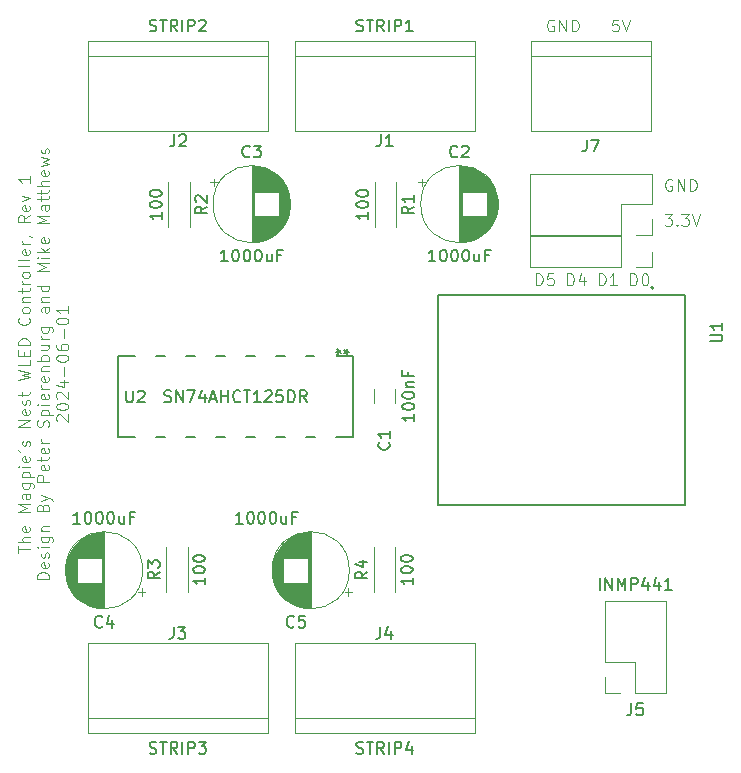
<source format=gbr>
%TF.GenerationSoftware,KiCad,Pcbnew,8.0.2*%
%TF.CreationDate,2024-06-01T13:56:36-03:00*%
%TF.ProjectId,Porthole Controller,506f7274-686f-46c6-9520-436f6e74726f,1*%
%TF.SameCoordinates,Original*%
%TF.FileFunction,Legend,Top*%
%TF.FilePolarity,Positive*%
%FSLAX46Y46*%
G04 Gerber Fmt 4.6, Leading zero omitted, Abs format (unit mm)*
G04 Created by KiCad (PCBNEW 8.0.2) date 2024-06-01 13:56:36*
%MOMM*%
%LPD*%
G01*
G04 APERTURE LIST*
%ADD10C,0.100000*%
%ADD11C,0.150000*%
%ADD12C,0.120000*%
%ADD13C,0.152400*%
%ADD14C,0.127000*%
%ADD15C,0.200000*%
G04 APERTURE END LIST*
D10*
X193708646Y-93327419D02*
X194327693Y-93327419D01*
X194327693Y-93327419D02*
X193994360Y-93708371D01*
X193994360Y-93708371D02*
X194137217Y-93708371D01*
X194137217Y-93708371D02*
X194232455Y-93755990D01*
X194232455Y-93755990D02*
X194280074Y-93803609D01*
X194280074Y-93803609D02*
X194327693Y-93898847D01*
X194327693Y-93898847D02*
X194327693Y-94136942D01*
X194327693Y-94136942D02*
X194280074Y-94232180D01*
X194280074Y-94232180D02*
X194232455Y-94279800D01*
X194232455Y-94279800D02*
X194137217Y-94327419D01*
X194137217Y-94327419D02*
X193851503Y-94327419D01*
X193851503Y-94327419D02*
X193756265Y-94279800D01*
X193756265Y-94279800D02*
X193708646Y-94232180D01*
X194756265Y-94232180D02*
X194803884Y-94279800D01*
X194803884Y-94279800D02*
X194756265Y-94327419D01*
X194756265Y-94327419D02*
X194708646Y-94279800D01*
X194708646Y-94279800D02*
X194756265Y-94232180D01*
X194756265Y-94232180D02*
X194756265Y-94327419D01*
X195137217Y-93327419D02*
X195756264Y-93327419D01*
X195756264Y-93327419D02*
X195422931Y-93708371D01*
X195422931Y-93708371D02*
X195565788Y-93708371D01*
X195565788Y-93708371D02*
X195661026Y-93755990D01*
X195661026Y-93755990D02*
X195708645Y-93803609D01*
X195708645Y-93803609D02*
X195756264Y-93898847D01*
X195756264Y-93898847D02*
X195756264Y-94136942D01*
X195756264Y-94136942D02*
X195708645Y-94232180D01*
X195708645Y-94232180D02*
X195661026Y-94279800D01*
X195661026Y-94279800D02*
X195565788Y-94327419D01*
X195565788Y-94327419D02*
X195280074Y-94327419D01*
X195280074Y-94327419D02*
X195184836Y-94279800D01*
X195184836Y-94279800D02*
X195137217Y-94232180D01*
X196041979Y-93327419D02*
X196375312Y-94327419D01*
X196375312Y-94327419D02*
X196708645Y-93327419D01*
X194327693Y-90420038D02*
X194232455Y-90372419D01*
X194232455Y-90372419D02*
X194089598Y-90372419D01*
X194089598Y-90372419D02*
X193946741Y-90420038D01*
X193946741Y-90420038D02*
X193851503Y-90515276D01*
X193851503Y-90515276D02*
X193803884Y-90610514D01*
X193803884Y-90610514D02*
X193756265Y-90800990D01*
X193756265Y-90800990D02*
X193756265Y-90943847D01*
X193756265Y-90943847D02*
X193803884Y-91134323D01*
X193803884Y-91134323D02*
X193851503Y-91229561D01*
X193851503Y-91229561D02*
X193946741Y-91324800D01*
X193946741Y-91324800D02*
X194089598Y-91372419D01*
X194089598Y-91372419D02*
X194184836Y-91372419D01*
X194184836Y-91372419D02*
X194327693Y-91324800D01*
X194327693Y-91324800D02*
X194375312Y-91277180D01*
X194375312Y-91277180D02*
X194375312Y-90943847D01*
X194375312Y-90943847D02*
X194184836Y-90943847D01*
X194803884Y-91372419D02*
X194803884Y-90372419D01*
X194803884Y-90372419D02*
X195375312Y-91372419D01*
X195375312Y-91372419D02*
X195375312Y-90372419D01*
X195851503Y-91372419D02*
X195851503Y-90372419D01*
X195851503Y-90372419D02*
X196089598Y-90372419D01*
X196089598Y-90372419D02*
X196232455Y-90420038D01*
X196232455Y-90420038D02*
X196327693Y-90515276D01*
X196327693Y-90515276D02*
X196375312Y-90610514D01*
X196375312Y-90610514D02*
X196422931Y-90800990D01*
X196422931Y-90800990D02*
X196422931Y-90943847D01*
X196422931Y-90943847D02*
X196375312Y-91134323D01*
X196375312Y-91134323D02*
X196327693Y-91229561D01*
X196327693Y-91229561D02*
X196232455Y-91324800D01*
X196232455Y-91324800D02*
X196089598Y-91372419D01*
X196089598Y-91372419D02*
X195851503Y-91372419D01*
X190803884Y-99372419D02*
X190803884Y-98372419D01*
X190803884Y-98372419D02*
X191041979Y-98372419D01*
X191041979Y-98372419D02*
X191184836Y-98420038D01*
X191184836Y-98420038D02*
X191280074Y-98515276D01*
X191280074Y-98515276D02*
X191327693Y-98610514D01*
X191327693Y-98610514D02*
X191375312Y-98800990D01*
X191375312Y-98800990D02*
X191375312Y-98943847D01*
X191375312Y-98943847D02*
X191327693Y-99134323D01*
X191327693Y-99134323D02*
X191280074Y-99229561D01*
X191280074Y-99229561D02*
X191184836Y-99324800D01*
X191184836Y-99324800D02*
X191041979Y-99372419D01*
X191041979Y-99372419D02*
X190803884Y-99372419D01*
X191994360Y-98372419D02*
X192089598Y-98372419D01*
X192089598Y-98372419D02*
X192184836Y-98420038D01*
X192184836Y-98420038D02*
X192232455Y-98467657D01*
X192232455Y-98467657D02*
X192280074Y-98562895D01*
X192280074Y-98562895D02*
X192327693Y-98753371D01*
X192327693Y-98753371D02*
X192327693Y-98991466D01*
X192327693Y-98991466D02*
X192280074Y-99181942D01*
X192280074Y-99181942D02*
X192232455Y-99277180D01*
X192232455Y-99277180D02*
X192184836Y-99324800D01*
X192184836Y-99324800D02*
X192089598Y-99372419D01*
X192089598Y-99372419D02*
X191994360Y-99372419D01*
X191994360Y-99372419D02*
X191899122Y-99324800D01*
X191899122Y-99324800D02*
X191851503Y-99277180D01*
X191851503Y-99277180D02*
X191803884Y-99181942D01*
X191803884Y-99181942D02*
X191756265Y-98991466D01*
X191756265Y-98991466D02*
X191756265Y-98753371D01*
X191756265Y-98753371D02*
X191803884Y-98562895D01*
X191803884Y-98562895D02*
X191851503Y-98467657D01*
X191851503Y-98467657D02*
X191899122Y-98420038D01*
X191899122Y-98420038D02*
X191994360Y-98372419D01*
X184327693Y-76920038D02*
X184232455Y-76872419D01*
X184232455Y-76872419D02*
X184089598Y-76872419D01*
X184089598Y-76872419D02*
X183946741Y-76920038D01*
X183946741Y-76920038D02*
X183851503Y-77015276D01*
X183851503Y-77015276D02*
X183803884Y-77110514D01*
X183803884Y-77110514D02*
X183756265Y-77300990D01*
X183756265Y-77300990D02*
X183756265Y-77443847D01*
X183756265Y-77443847D02*
X183803884Y-77634323D01*
X183803884Y-77634323D02*
X183851503Y-77729561D01*
X183851503Y-77729561D02*
X183946741Y-77824800D01*
X183946741Y-77824800D02*
X184089598Y-77872419D01*
X184089598Y-77872419D02*
X184184836Y-77872419D01*
X184184836Y-77872419D02*
X184327693Y-77824800D01*
X184327693Y-77824800D02*
X184375312Y-77777180D01*
X184375312Y-77777180D02*
X184375312Y-77443847D01*
X184375312Y-77443847D02*
X184184836Y-77443847D01*
X184803884Y-77872419D02*
X184803884Y-76872419D01*
X184803884Y-76872419D02*
X185375312Y-77872419D01*
X185375312Y-77872419D02*
X185375312Y-76872419D01*
X185851503Y-77872419D02*
X185851503Y-76872419D01*
X185851503Y-76872419D02*
X186089598Y-76872419D01*
X186089598Y-76872419D02*
X186232455Y-76920038D01*
X186232455Y-76920038D02*
X186327693Y-77015276D01*
X186327693Y-77015276D02*
X186375312Y-77110514D01*
X186375312Y-77110514D02*
X186422931Y-77300990D01*
X186422931Y-77300990D02*
X186422931Y-77443847D01*
X186422931Y-77443847D02*
X186375312Y-77634323D01*
X186375312Y-77634323D02*
X186327693Y-77729561D01*
X186327693Y-77729561D02*
X186232455Y-77824800D01*
X186232455Y-77824800D02*
X186089598Y-77872419D01*
X186089598Y-77872419D02*
X185851503Y-77872419D01*
X185470550Y-99372419D02*
X185470550Y-98372419D01*
X185470550Y-98372419D02*
X185708645Y-98372419D01*
X185708645Y-98372419D02*
X185851502Y-98420038D01*
X185851502Y-98420038D02*
X185946740Y-98515276D01*
X185946740Y-98515276D02*
X185994359Y-98610514D01*
X185994359Y-98610514D02*
X186041978Y-98800990D01*
X186041978Y-98800990D02*
X186041978Y-98943847D01*
X186041978Y-98943847D02*
X185994359Y-99134323D01*
X185994359Y-99134323D02*
X185946740Y-99229561D01*
X185946740Y-99229561D02*
X185851502Y-99324800D01*
X185851502Y-99324800D02*
X185708645Y-99372419D01*
X185708645Y-99372419D02*
X185470550Y-99372419D01*
X186899121Y-98705752D02*
X186899121Y-99372419D01*
X186661026Y-98324800D02*
X186422931Y-99039085D01*
X186422931Y-99039085D02*
X187041978Y-99039085D01*
X188137216Y-99372419D02*
X188137216Y-98372419D01*
X188137216Y-98372419D02*
X188375311Y-98372419D01*
X188375311Y-98372419D02*
X188518168Y-98420038D01*
X188518168Y-98420038D02*
X188613406Y-98515276D01*
X188613406Y-98515276D02*
X188661025Y-98610514D01*
X188661025Y-98610514D02*
X188708644Y-98800990D01*
X188708644Y-98800990D02*
X188708644Y-98943847D01*
X188708644Y-98943847D02*
X188661025Y-99134323D01*
X188661025Y-99134323D02*
X188613406Y-99229561D01*
X188613406Y-99229561D02*
X188518168Y-99324800D01*
X188518168Y-99324800D02*
X188375311Y-99372419D01*
X188375311Y-99372419D02*
X188137216Y-99372419D01*
X189661025Y-99372419D02*
X189089597Y-99372419D01*
X189375311Y-99372419D02*
X189375311Y-98372419D01*
X189375311Y-98372419D02*
X189280073Y-98515276D01*
X189280073Y-98515276D02*
X189184835Y-98610514D01*
X189184835Y-98610514D02*
X189089597Y-98658133D01*
X182803884Y-99372419D02*
X182803884Y-98372419D01*
X182803884Y-98372419D02*
X183041979Y-98372419D01*
X183041979Y-98372419D02*
X183184836Y-98420038D01*
X183184836Y-98420038D02*
X183280074Y-98515276D01*
X183280074Y-98515276D02*
X183327693Y-98610514D01*
X183327693Y-98610514D02*
X183375312Y-98800990D01*
X183375312Y-98800990D02*
X183375312Y-98943847D01*
X183375312Y-98943847D02*
X183327693Y-99134323D01*
X183327693Y-99134323D02*
X183280074Y-99229561D01*
X183280074Y-99229561D02*
X183184836Y-99324800D01*
X183184836Y-99324800D02*
X183041979Y-99372419D01*
X183041979Y-99372419D02*
X182803884Y-99372419D01*
X184280074Y-98372419D02*
X183803884Y-98372419D01*
X183803884Y-98372419D02*
X183756265Y-98848609D01*
X183756265Y-98848609D02*
X183803884Y-98800990D01*
X183803884Y-98800990D02*
X183899122Y-98753371D01*
X183899122Y-98753371D02*
X184137217Y-98753371D01*
X184137217Y-98753371D02*
X184232455Y-98800990D01*
X184232455Y-98800990D02*
X184280074Y-98848609D01*
X184280074Y-98848609D02*
X184327693Y-98943847D01*
X184327693Y-98943847D02*
X184327693Y-99181942D01*
X184327693Y-99181942D02*
X184280074Y-99277180D01*
X184280074Y-99277180D02*
X184232455Y-99324800D01*
X184232455Y-99324800D02*
X184137217Y-99372419D01*
X184137217Y-99372419D02*
X183899122Y-99372419D01*
X183899122Y-99372419D02*
X183803884Y-99324800D01*
X183803884Y-99324800D02*
X183756265Y-99277180D01*
X138984731Y-122019601D02*
X138984731Y-121448173D01*
X139984731Y-121733887D02*
X138984731Y-121733887D01*
X139984731Y-121114839D02*
X138984731Y-121114839D01*
X139984731Y-120686268D02*
X139460921Y-120686268D01*
X139460921Y-120686268D02*
X139365683Y-120733887D01*
X139365683Y-120733887D02*
X139318064Y-120829125D01*
X139318064Y-120829125D02*
X139318064Y-120971982D01*
X139318064Y-120971982D02*
X139365683Y-121067220D01*
X139365683Y-121067220D02*
X139413302Y-121114839D01*
X139937112Y-119829125D02*
X139984731Y-119924363D01*
X139984731Y-119924363D02*
X139984731Y-120114839D01*
X139984731Y-120114839D02*
X139937112Y-120210077D01*
X139937112Y-120210077D02*
X139841873Y-120257696D01*
X139841873Y-120257696D02*
X139460921Y-120257696D01*
X139460921Y-120257696D02*
X139365683Y-120210077D01*
X139365683Y-120210077D02*
X139318064Y-120114839D01*
X139318064Y-120114839D02*
X139318064Y-119924363D01*
X139318064Y-119924363D02*
X139365683Y-119829125D01*
X139365683Y-119829125D02*
X139460921Y-119781506D01*
X139460921Y-119781506D02*
X139556159Y-119781506D01*
X139556159Y-119781506D02*
X139651397Y-120257696D01*
X139984731Y-118591029D02*
X138984731Y-118591029D01*
X138984731Y-118591029D02*
X139699016Y-118257696D01*
X139699016Y-118257696D02*
X138984731Y-117924363D01*
X138984731Y-117924363D02*
X139984731Y-117924363D01*
X139984731Y-117019601D02*
X139460921Y-117019601D01*
X139460921Y-117019601D02*
X139365683Y-117067220D01*
X139365683Y-117067220D02*
X139318064Y-117162458D01*
X139318064Y-117162458D02*
X139318064Y-117352934D01*
X139318064Y-117352934D02*
X139365683Y-117448172D01*
X139937112Y-117019601D02*
X139984731Y-117114839D01*
X139984731Y-117114839D02*
X139984731Y-117352934D01*
X139984731Y-117352934D02*
X139937112Y-117448172D01*
X139937112Y-117448172D02*
X139841873Y-117495791D01*
X139841873Y-117495791D02*
X139746635Y-117495791D01*
X139746635Y-117495791D02*
X139651397Y-117448172D01*
X139651397Y-117448172D02*
X139603778Y-117352934D01*
X139603778Y-117352934D02*
X139603778Y-117114839D01*
X139603778Y-117114839D02*
X139556159Y-117019601D01*
X139318064Y-116114839D02*
X140127588Y-116114839D01*
X140127588Y-116114839D02*
X140222826Y-116162458D01*
X140222826Y-116162458D02*
X140270445Y-116210077D01*
X140270445Y-116210077D02*
X140318064Y-116305315D01*
X140318064Y-116305315D02*
X140318064Y-116448172D01*
X140318064Y-116448172D02*
X140270445Y-116543410D01*
X139937112Y-116114839D02*
X139984731Y-116210077D01*
X139984731Y-116210077D02*
X139984731Y-116400553D01*
X139984731Y-116400553D02*
X139937112Y-116495791D01*
X139937112Y-116495791D02*
X139889492Y-116543410D01*
X139889492Y-116543410D02*
X139794254Y-116591029D01*
X139794254Y-116591029D02*
X139508540Y-116591029D01*
X139508540Y-116591029D02*
X139413302Y-116543410D01*
X139413302Y-116543410D02*
X139365683Y-116495791D01*
X139365683Y-116495791D02*
X139318064Y-116400553D01*
X139318064Y-116400553D02*
X139318064Y-116210077D01*
X139318064Y-116210077D02*
X139365683Y-116114839D01*
X139318064Y-115638648D02*
X140318064Y-115638648D01*
X139365683Y-115638648D02*
X139318064Y-115543410D01*
X139318064Y-115543410D02*
X139318064Y-115352934D01*
X139318064Y-115352934D02*
X139365683Y-115257696D01*
X139365683Y-115257696D02*
X139413302Y-115210077D01*
X139413302Y-115210077D02*
X139508540Y-115162458D01*
X139508540Y-115162458D02*
X139794254Y-115162458D01*
X139794254Y-115162458D02*
X139889492Y-115210077D01*
X139889492Y-115210077D02*
X139937112Y-115257696D01*
X139937112Y-115257696D02*
X139984731Y-115352934D01*
X139984731Y-115352934D02*
X139984731Y-115543410D01*
X139984731Y-115543410D02*
X139937112Y-115638648D01*
X139984731Y-114733886D02*
X139318064Y-114733886D01*
X138984731Y-114733886D02*
X139032350Y-114781505D01*
X139032350Y-114781505D02*
X139079969Y-114733886D01*
X139079969Y-114733886D02*
X139032350Y-114686267D01*
X139032350Y-114686267D02*
X138984731Y-114733886D01*
X138984731Y-114733886D02*
X139079969Y-114733886D01*
X139937112Y-113876744D02*
X139984731Y-113971982D01*
X139984731Y-113971982D02*
X139984731Y-114162458D01*
X139984731Y-114162458D02*
X139937112Y-114257696D01*
X139937112Y-114257696D02*
X139841873Y-114305315D01*
X139841873Y-114305315D02*
X139460921Y-114305315D01*
X139460921Y-114305315D02*
X139365683Y-114257696D01*
X139365683Y-114257696D02*
X139318064Y-114162458D01*
X139318064Y-114162458D02*
X139318064Y-113971982D01*
X139318064Y-113971982D02*
X139365683Y-113876744D01*
X139365683Y-113876744D02*
X139460921Y-113829125D01*
X139460921Y-113829125D02*
X139556159Y-113829125D01*
X139556159Y-113829125D02*
X139651397Y-114305315D01*
X138984731Y-113352934D02*
X139175207Y-113448172D01*
X139937112Y-112971982D02*
X139984731Y-112876744D01*
X139984731Y-112876744D02*
X139984731Y-112686268D01*
X139984731Y-112686268D02*
X139937112Y-112591030D01*
X139937112Y-112591030D02*
X139841873Y-112543411D01*
X139841873Y-112543411D02*
X139794254Y-112543411D01*
X139794254Y-112543411D02*
X139699016Y-112591030D01*
X139699016Y-112591030D02*
X139651397Y-112686268D01*
X139651397Y-112686268D02*
X139651397Y-112829125D01*
X139651397Y-112829125D02*
X139603778Y-112924363D01*
X139603778Y-112924363D02*
X139508540Y-112971982D01*
X139508540Y-112971982D02*
X139460921Y-112971982D01*
X139460921Y-112971982D02*
X139365683Y-112924363D01*
X139365683Y-112924363D02*
X139318064Y-112829125D01*
X139318064Y-112829125D02*
X139318064Y-112686268D01*
X139318064Y-112686268D02*
X139365683Y-112591030D01*
X139984731Y-111352934D02*
X138984731Y-111352934D01*
X138984731Y-111352934D02*
X139984731Y-110781506D01*
X139984731Y-110781506D02*
X138984731Y-110781506D01*
X139937112Y-109924363D02*
X139984731Y-110019601D01*
X139984731Y-110019601D02*
X139984731Y-110210077D01*
X139984731Y-110210077D02*
X139937112Y-110305315D01*
X139937112Y-110305315D02*
X139841873Y-110352934D01*
X139841873Y-110352934D02*
X139460921Y-110352934D01*
X139460921Y-110352934D02*
X139365683Y-110305315D01*
X139365683Y-110305315D02*
X139318064Y-110210077D01*
X139318064Y-110210077D02*
X139318064Y-110019601D01*
X139318064Y-110019601D02*
X139365683Y-109924363D01*
X139365683Y-109924363D02*
X139460921Y-109876744D01*
X139460921Y-109876744D02*
X139556159Y-109876744D01*
X139556159Y-109876744D02*
X139651397Y-110352934D01*
X139937112Y-109495791D02*
X139984731Y-109400553D01*
X139984731Y-109400553D02*
X139984731Y-109210077D01*
X139984731Y-109210077D02*
X139937112Y-109114839D01*
X139937112Y-109114839D02*
X139841873Y-109067220D01*
X139841873Y-109067220D02*
X139794254Y-109067220D01*
X139794254Y-109067220D02*
X139699016Y-109114839D01*
X139699016Y-109114839D02*
X139651397Y-109210077D01*
X139651397Y-109210077D02*
X139651397Y-109352934D01*
X139651397Y-109352934D02*
X139603778Y-109448172D01*
X139603778Y-109448172D02*
X139508540Y-109495791D01*
X139508540Y-109495791D02*
X139460921Y-109495791D01*
X139460921Y-109495791D02*
X139365683Y-109448172D01*
X139365683Y-109448172D02*
X139318064Y-109352934D01*
X139318064Y-109352934D02*
X139318064Y-109210077D01*
X139318064Y-109210077D02*
X139365683Y-109114839D01*
X139318064Y-108781505D02*
X139318064Y-108400553D01*
X138984731Y-108638648D02*
X139841873Y-108638648D01*
X139841873Y-108638648D02*
X139937112Y-108591029D01*
X139937112Y-108591029D02*
X139984731Y-108495791D01*
X139984731Y-108495791D02*
X139984731Y-108400553D01*
X138984731Y-107400552D02*
X139984731Y-107162457D01*
X139984731Y-107162457D02*
X139270445Y-106971981D01*
X139270445Y-106971981D02*
X139984731Y-106781505D01*
X139984731Y-106781505D02*
X138984731Y-106543410D01*
X139984731Y-105686267D02*
X139984731Y-106162457D01*
X139984731Y-106162457D02*
X138984731Y-106162457D01*
X139460921Y-105352933D02*
X139460921Y-105019600D01*
X139984731Y-104876743D02*
X139984731Y-105352933D01*
X139984731Y-105352933D02*
X138984731Y-105352933D01*
X138984731Y-105352933D02*
X138984731Y-104876743D01*
X139984731Y-104448171D02*
X138984731Y-104448171D01*
X138984731Y-104448171D02*
X138984731Y-104210076D01*
X138984731Y-104210076D02*
X139032350Y-104067219D01*
X139032350Y-104067219D02*
X139127588Y-103971981D01*
X139127588Y-103971981D02*
X139222826Y-103924362D01*
X139222826Y-103924362D02*
X139413302Y-103876743D01*
X139413302Y-103876743D02*
X139556159Y-103876743D01*
X139556159Y-103876743D02*
X139746635Y-103924362D01*
X139746635Y-103924362D02*
X139841873Y-103971981D01*
X139841873Y-103971981D02*
X139937112Y-104067219D01*
X139937112Y-104067219D02*
X139984731Y-104210076D01*
X139984731Y-104210076D02*
X139984731Y-104448171D01*
X139889492Y-102114838D02*
X139937112Y-102162457D01*
X139937112Y-102162457D02*
X139984731Y-102305314D01*
X139984731Y-102305314D02*
X139984731Y-102400552D01*
X139984731Y-102400552D02*
X139937112Y-102543409D01*
X139937112Y-102543409D02*
X139841873Y-102638647D01*
X139841873Y-102638647D02*
X139746635Y-102686266D01*
X139746635Y-102686266D02*
X139556159Y-102733885D01*
X139556159Y-102733885D02*
X139413302Y-102733885D01*
X139413302Y-102733885D02*
X139222826Y-102686266D01*
X139222826Y-102686266D02*
X139127588Y-102638647D01*
X139127588Y-102638647D02*
X139032350Y-102543409D01*
X139032350Y-102543409D02*
X138984731Y-102400552D01*
X138984731Y-102400552D02*
X138984731Y-102305314D01*
X138984731Y-102305314D02*
X139032350Y-102162457D01*
X139032350Y-102162457D02*
X139079969Y-102114838D01*
X139984731Y-101543409D02*
X139937112Y-101638647D01*
X139937112Y-101638647D02*
X139889492Y-101686266D01*
X139889492Y-101686266D02*
X139794254Y-101733885D01*
X139794254Y-101733885D02*
X139508540Y-101733885D01*
X139508540Y-101733885D02*
X139413302Y-101686266D01*
X139413302Y-101686266D02*
X139365683Y-101638647D01*
X139365683Y-101638647D02*
X139318064Y-101543409D01*
X139318064Y-101543409D02*
X139318064Y-101400552D01*
X139318064Y-101400552D02*
X139365683Y-101305314D01*
X139365683Y-101305314D02*
X139413302Y-101257695D01*
X139413302Y-101257695D02*
X139508540Y-101210076D01*
X139508540Y-101210076D02*
X139794254Y-101210076D01*
X139794254Y-101210076D02*
X139889492Y-101257695D01*
X139889492Y-101257695D02*
X139937112Y-101305314D01*
X139937112Y-101305314D02*
X139984731Y-101400552D01*
X139984731Y-101400552D02*
X139984731Y-101543409D01*
X139318064Y-100781504D02*
X139984731Y-100781504D01*
X139413302Y-100781504D02*
X139365683Y-100733885D01*
X139365683Y-100733885D02*
X139318064Y-100638647D01*
X139318064Y-100638647D02*
X139318064Y-100495790D01*
X139318064Y-100495790D02*
X139365683Y-100400552D01*
X139365683Y-100400552D02*
X139460921Y-100352933D01*
X139460921Y-100352933D02*
X139984731Y-100352933D01*
X139318064Y-100019599D02*
X139318064Y-99638647D01*
X138984731Y-99876742D02*
X139841873Y-99876742D01*
X139841873Y-99876742D02*
X139937112Y-99829123D01*
X139937112Y-99829123D02*
X139984731Y-99733885D01*
X139984731Y-99733885D02*
X139984731Y-99638647D01*
X139984731Y-99305313D02*
X139318064Y-99305313D01*
X139508540Y-99305313D02*
X139413302Y-99257694D01*
X139413302Y-99257694D02*
X139365683Y-99210075D01*
X139365683Y-99210075D02*
X139318064Y-99114837D01*
X139318064Y-99114837D02*
X139318064Y-99019599D01*
X139984731Y-98543408D02*
X139937112Y-98638646D01*
X139937112Y-98638646D02*
X139889492Y-98686265D01*
X139889492Y-98686265D02*
X139794254Y-98733884D01*
X139794254Y-98733884D02*
X139508540Y-98733884D01*
X139508540Y-98733884D02*
X139413302Y-98686265D01*
X139413302Y-98686265D02*
X139365683Y-98638646D01*
X139365683Y-98638646D02*
X139318064Y-98543408D01*
X139318064Y-98543408D02*
X139318064Y-98400551D01*
X139318064Y-98400551D02*
X139365683Y-98305313D01*
X139365683Y-98305313D02*
X139413302Y-98257694D01*
X139413302Y-98257694D02*
X139508540Y-98210075D01*
X139508540Y-98210075D02*
X139794254Y-98210075D01*
X139794254Y-98210075D02*
X139889492Y-98257694D01*
X139889492Y-98257694D02*
X139937112Y-98305313D01*
X139937112Y-98305313D02*
X139984731Y-98400551D01*
X139984731Y-98400551D02*
X139984731Y-98543408D01*
X139984731Y-97638646D02*
X139937112Y-97733884D01*
X139937112Y-97733884D02*
X139841873Y-97781503D01*
X139841873Y-97781503D02*
X138984731Y-97781503D01*
X139984731Y-97114836D02*
X139937112Y-97210074D01*
X139937112Y-97210074D02*
X139841873Y-97257693D01*
X139841873Y-97257693D02*
X138984731Y-97257693D01*
X139937112Y-96352931D02*
X139984731Y-96448169D01*
X139984731Y-96448169D02*
X139984731Y-96638645D01*
X139984731Y-96638645D02*
X139937112Y-96733883D01*
X139937112Y-96733883D02*
X139841873Y-96781502D01*
X139841873Y-96781502D02*
X139460921Y-96781502D01*
X139460921Y-96781502D02*
X139365683Y-96733883D01*
X139365683Y-96733883D02*
X139318064Y-96638645D01*
X139318064Y-96638645D02*
X139318064Y-96448169D01*
X139318064Y-96448169D02*
X139365683Y-96352931D01*
X139365683Y-96352931D02*
X139460921Y-96305312D01*
X139460921Y-96305312D02*
X139556159Y-96305312D01*
X139556159Y-96305312D02*
X139651397Y-96781502D01*
X139984731Y-95876740D02*
X139318064Y-95876740D01*
X139508540Y-95876740D02*
X139413302Y-95829121D01*
X139413302Y-95829121D02*
X139365683Y-95781502D01*
X139365683Y-95781502D02*
X139318064Y-95686264D01*
X139318064Y-95686264D02*
X139318064Y-95591026D01*
X139937112Y-95210073D02*
X139984731Y-95210073D01*
X139984731Y-95210073D02*
X140079969Y-95257692D01*
X140079969Y-95257692D02*
X140127588Y-95305311D01*
X139984731Y-93448169D02*
X139508540Y-93781502D01*
X139984731Y-94019597D02*
X138984731Y-94019597D01*
X138984731Y-94019597D02*
X138984731Y-93638645D01*
X138984731Y-93638645D02*
X139032350Y-93543407D01*
X139032350Y-93543407D02*
X139079969Y-93495788D01*
X139079969Y-93495788D02*
X139175207Y-93448169D01*
X139175207Y-93448169D02*
X139318064Y-93448169D01*
X139318064Y-93448169D02*
X139413302Y-93495788D01*
X139413302Y-93495788D02*
X139460921Y-93543407D01*
X139460921Y-93543407D02*
X139508540Y-93638645D01*
X139508540Y-93638645D02*
X139508540Y-94019597D01*
X139937112Y-92638645D02*
X139984731Y-92733883D01*
X139984731Y-92733883D02*
X139984731Y-92924359D01*
X139984731Y-92924359D02*
X139937112Y-93019597D01*
X139937112Y-93019597D02*
X139841873Y-93067216D01*
X139841873Y-93067216D02*
X139460921Y-93067216D01*
X139460921Y-93067216D02*
X139365683Y-93019597D01*
X139365683Y-93019597D02*
X139318064Y-92924359D01*
X139318064Y-92924359D02*
X139318064Y-92733883D01*
X139318064Y-92733883D02*
X139365683Y-92638645D01*
X139365683Y-92638645D02*
X139460921Y-92591026D01*
X139460921Y-92591026D02*
X139556159Y-92591026D01*
X139556159Y-92591026D02*
X139651397Y-93067216D01*
X139318064Y-92257692D02*
X139984731Y-92019597D01*
X139984731Y-92019597D02*
X139318064Y-91781502D01*
X139984731Y-90114835D02*
X139984731Y-90686263D01*
X139984731Y-90400549D02*
X138984731Y-90400549D01*
X138984731Y-90400549D02*
X139127588Y-90495787D01*
X139127588Y-90495787D02*
X139222826Y-90591025D01*
X139222826Y-90591025D02*
X139270445Y-90686263D01*
X141594675Y-124233887D02*
X140594675Y-124233887D01*
X140594675Y-124233887D02*
X140594675Y-123995792D01*
X140594675Y-123995792D02*
X140642294Y-123852935D01*
X140642294Y-123852935D02*
X140737532Y-123757697D01*
X140737532Y-123757697D02*
X140832770Y-123710078D01*
X140832770Y-123710078D02*
X141023246Y-123662459D01*
X141023246Y-123662459D02*
X141166103Y-123662459D01*
X141166103Y-123662459D02*
X141356579Y-123710078D01*
X141356579Y-123710078D02*
X141451817Y-123757697D01*
X141451817Y-123757697D02*
X141547056Y-123852935D01*
X141547056Y-123852935D02*
X141594675Y-123995792D01*
X141594675Y-123995792D02*
X141594675Y-124233887D01*
X141547056Y-122852935D02*
X141594675Y-122948173D01*
X141594675Y-122948173D02*
X141594675Y-123138649D01*
X141594675Y-123138649D02*
X141547056Y-123233887D01*
X141547056Y-123233887D02*
X141451817Y-123281506D01*
X141451817Y-123281506D02*
X141070865Y-123281506D01*
X141070865Y-123281506D02*
X140975627Y-123233887D01*
X140975627Y-123233887D02*
X140928008Y-123138649D01*
X140928008Y-123138649D02*
X140928008Y-122948173D01*
X140928008Y-122948173D02*
X140975627Y-122852935D01*
X140975627Y-122852935D02*
X141070865Y-122805316D01*
X141070865Y-122805316D02*
X141166103Y-122805316D01*
X141166103Y-122805316D02*
X141261341Y-123281506D01*
X141547056Y-122424363D02*
X141594675Y-122329125D01*
X141594675Y-122329125D02*
X141594675Y-122138649D01*
X141594675Y-122138649D02*
X141547056Y-122043411D01*
X141547056Y-122043411D02*
X141451817Y-121995792D01*
X141451817Y-121995792D02*
X141404198Y-121995792D01*
X141404198Y-121995792D02*
X141308960Y-122043411D01*
X141308960Y-122043411D02*
X141261341Y-122138649D01*
X141261341Y-122138649D02*
X141261341Y-122281506D01*
X141261341Y-122281506D02*
X141213722Y-122376744D01*
X141213722Y-122376744D02*
X141118484Y-122424363D01*
X141118484Y-122424363D02*
X141070865Y-122424363D01*
X141070865Y-122424363D02*
X140975627Y-122376744D01*
X140975627Y-122376744D02*
X140928008Y-122281506D01*
X140928008Y-122281506D02*
X140928008Y-122138649D01*
X140928008Y-122138649D02*
X140975627Y-122043411D01*
X141594675Y-121567220D02*
X140928008Y-121567220D01*
X140594675Y-121567220D02*
X140642294Y-121614839D01*
X140642294Y-121614839D02*
X140689913Y-121567220D01*
X140689913Y-121567220D02*
X140642294Y-121519601D01*
X140642294Y-121519601D02*
X140594675Y-121567220D01*
X140594675Y-121567220D02*
X140689913Y-121567220D01*
X140928008Y-120662459D02*
X141737532Y-120662459D01*
X141737532Y-120662459D02*
X141832770Y-120710078D01*
X141832770Y-120710078D02*
X141880389Y-120757697D01*
X141880389Y-120757697D02*
X141928008Y-120852935D01*
X141928008Y-120852935D02*
X141928008Y-120995792D01*
X141928008Y-120995792D02*
X141880389Y-121091030D01*
X141547056Y-120662459D02*
X141594675Y-120757697D01*
X141594675Y-120757697D02*
X141594675Y-120948173D01*
X141594675Y-120948173D02*
X141547056Y-121043411D01*
X141547056Y-121043411D02*
X141499436Y-121091030D01*
X141499436Y-121091030D02*
X141404198Y-121138649D01*
X141404198Y-121138649D02*
X141118484Y-121138649D01*
X141118484Y-121138649D02*
X141023246Y-121091030D01*
X141023246Y-121091030D02*
X140975627Y-121043411D01*
X140975627Y-121043411D02*
X140928008Y-120948173D01*
X140928008Y-120948173D02*
X140928008Y-120757697D01*
X140928008Y-120757697D02*
X140975627Y-120662459D01*
X140928008Y-120186268D02*
X141594675Y-120186268D01*
X141023246Y-120186268D02*
X140975627Y-120138649D01*
X140975627Y-120138649D02*
X140928008Y-120043411D01*
X140928008Y-120043411D02*
X140928008Y-119900554D01*
X140928008Y-119900554D02*
X140975627Y-119805316D01*
X140975627Y-119805316D02*
X141070865Y-119757697D01*
X141070865Y-119757697D02*
X141594675Y-119757697D01*
X141070865Y-118186268D02*
X141118484Y-118043411D01*
X141118484Y-118043411D02*
X141166103Y-117995792D01*
X141166103Y-117995792D02*
X141261341Y-117948173D01*
X141261341Y-117948173D02*
X141404198Y-117948173D01*
X141404198Y-117948173D02*
X141499436Y-117995792D01*
X141499436Y-117995792D02*
X141547056Y-118043411D01*
X141547056Y-118043411D02*
X141594675Y-118138649D01*
X141594675Y-118138649D02*
X141594675Y-118519601D01*
X141594675Y-118519601D02*
X140594675Y-118519601D01*
X140594675Y-118519601D02*
X140594675Y-118186268D01*
X140594675Y-118186268D02*
X140642294Y-118091030D01*
X140642294Y-118091030D02*
X140689913Y-118043411D01*
X140689913Y-118043411D02*
X140785151Y-117995792D01*
X140785151Y-117995792D02*
X140880389Y-117995792D01*
X140880389Y-117995792D02*
X140975627Y-118043411D01*
X140975627Y-118043411D02*
X141023246Y-118091030D01*
X141023246Y-118091030D02*
X141070865Y-118186268D01*
X141070865Y-118186268D02*
X141070865Y-118519601D01*
X140928008Y-117614839D02*
X141594675Y-117376744D01*
X140928008Y-117138649D02*
X141594675Y-117376744D01*
X141594675Y-117376744D02*
X141832770Y-117471982D01*
X141832770Y-117471982D02*
X141880389Y-117519601D01*
X141880389Y-117519601D02*
X141928008Y-117614839D01*
X141594675Y-115995791D02*
X140594675Y-115995791D01*
X140594675Y-115995791D02*
X140594675Y-115614839D01*
X140594675Y-115614839D02*
X140642294Y-115519601D01*
X140642294Y-115519601D02*
X140689913Y-115471982D01*
X140689913Y-115471982D02*
X140785151Y-115424363D01*
X140785151Y-115424363D02*
X140928008Y-115424363D01*
X140928008Y-115424363D02*
X141023246Y-115471982D01*
X141023246Y-115471982D02*
X141070865Y-115519601D01*
X141070865Y-115519601D02*
X141118484Y-115614839D01*
X141118484Y-115614839D02*
X141118484Y-115995791D01*
X141547056Y-114614839D02*
X141594675Y-114710077D01*
X141594675Y-114710077D02*
X141594675Y-114900553D01*
X141594675Y-114900553D02*
X141547056Y-114995791D01*
X141547056Y-114995791D02*
X141451817Y-115043410D01*
X141451817Y-115043410D02*
X141070865Y-115043410D01*
X141070865Y-115043410D02*
X140975627Y-114995791D01*
X140975627Y-114995791D02*
X140928008Y-114900553D01*
X140928008Y-114900553D02*
X140928008Y-114710077D01*
X140928008Y-114710077D02*
X140975627Y-114614839D01*
X140975627Y-114614839D02*
X141070865Y-114567220D01*
X141070865Y-114567220D02*
X141166103Y-114567220D01*
X141166103Y-114567220D02*
X141261341Y-115043410D01*
X140928008Y-114281505D02*
X140928008Y-113900553D01*
X140594675Y-114138648D02*
X141451817Y-114138648D01*
X141451817Y-114138648D02*
X141547056Y-114091029D01*
X141547056Y-114091029D02*
X141594675Y-113995791D01*
X141594675Y-113995791D02*
X141594675Y-113900553D01*
X141547056Y-113186267D02*
X141594675Y-113281505D01*
X141594675Y-113281505D02*
X141594675Y-113471981D01*
X141594675Y-113471981D02*
X141547056Y-113567219D01*
X141547056Y-113567219D02*
X141451817Y-113614838D01*
X141451817Y-113614838D02*
X141070865Y-113614838D01*
X141070865Y-113614838D02*
X140975627Y-113567219D01*
X140975627Y-113567219D02*
X140928008Y-113471981D01*
X140928008Y-113471981D02*
X140928008Y-113281505D01*
X140928008Y-113281505D02*
X140975627Y-113186267D01*
X140975627Y-113186267D02*
X141070865Y-113138648D01*
X141070865Y-113138648D02*
X141166103Y-113138648D01*
X141166103Y-113138648D02*
X141261341Y-113614838D01*
X141594675Y-112710076D02*
X140928008Y-112710076D01*
X141118484Y-112710076D02*
X141023246Y-112662457D01*
X141023246Y-112662457D02*
X140975627Y-112614838D01*
X140975627Y-112614838D02*
X140928008Y-112519600D01*
X140928008Y-112519600D02*
X140928008Y-112424362D01*
X141547056Y-111376742D02*
X141594675Y-111233885D01*
X141594675Y-111233885D02*
X141594675Y-110995790D01*
X141594675Y-110995790D02*
X141547056Y-110900552D01*
X141547056Y-110900552D02*
X141499436Y-110852933D01*
X141499436Y-110852933D02*
X141404198Y-110805314D01*
X141404198Y-110805314D02*
X141308960Y-110805314D01*
X141308960Y-110805314D02*
X141213722Y-110852933D01*
X141213722Y-110852933D02*
X141166103Y-110900552D01*
X141166103Y-110900552D02*
X141118484Y-110995790D01*
X141118484Y-110995790D02*
X141070865Y-111186266D01*
X141070865Y-111186266D02*
X141023246Y-111281504D01*
X141023246Y-111281504D02*
X140975627Y-111329123D01*
X140975627Y-111329123D02*
X140880389Y-111376742D01*
X140880389Y-111376742D02*
X140785151Y-111376742D01*
X140785151Y-111376742D02*
X140689913Y-111329123D01*
X140689913Y-111329123D02*
X140642294Y-111281504D01*
X140642294Y-111281504D02*
X140594675Y-111186266D01*
X140594675Y-111186266D02*
X140594675Y-110948171D01*
X140594675Y-110948171D02*
X140642294Y-110805314D01*
X140928008Y-110376742D02*
X141928008Y-110376742D01*
X140975627Y-110376742D02*
X140928008Y-110281504D01*
X140928008Y-110281504D02*
X140928008Y-110091028D01*
X140928008Y-110091028D02*
X140975627Y-109995790D01*
X140975627Y-109995790D02*
X141023246Y-109948171D01*
X141023246Y-109948171D02*
X141118484Y-109900552D01*
X141118484Y-109900552D02*
X141404198Y-109900552D01*
X141404198Y-109900552D02*
X141499436Y-109948171D01*
X141499436Y-109948171D02*
X141547056Y-109995790D01*
X141547056Y-109995790D02*
X141594675Y-110091028D01*
X141594675Y-110091028D02*
X141594675Y-110281504D01*
X141594675Y-110281504D02*
X141547056Y-110376742D01*
X141594675Y-109471980D02*
X140928008Y-109471980D01*
X140594675Y-109471980D02*
X140642294Y-109519599D01*
X140642294Y-109519599D02*
X140689913Y-109471980D01*
X140689913Y-109471980D02*
X140642294Y-109424361D01*
X140642294Y-109424361D02*
X140594675Y-109471980D01*
X140594675Y-109471980D02*
X140689913Y-109471980D01*
X141547056Y-108614838D02*
X141594675Y-108710076D01*
X141594675Y-108710076D02*
X141594675Y-108900552D01*
X141594675Y-108900552D02*
X141547056Y-108995790D01*
X141547056Y-108995790D02*
X141451817Y-109043409D01*
X141451817Y-109043409D02*
X141070865Y-109043409D01*
X141070865Y-109043409D02*
X140975627Y-108995790D01*
X140975627Y-108995790D02*
X140928008Y-108900552D01*
X140928008Y-108900552D02*
X140928008Y-108710076D01*
X140928008Y-108710076D02*
X140975627Y-108614838D01*
X140975627Y-108614838D02*
X141070865Y-108567219D01*
X141070865Y-108567219D02*
X141166103Y-108567219D01*
X141166103Y-108567219D02*
X141261341Y-109043409D01*
X141594675Y-108138647D02*
X140928008Y-108138647D01*
X141118484Y-108138647D02*
X141023246Y-108091028D01*
X141023246Y-108091028D02*
X140975627Y-108043409D01*
X140975627Y-108043409D02*
X140928008Y-107948171D01*
X140928008Y-107948171D02*
X140928008Y-107852933D01*
X141547056Y-107138647D02*
X141594675Y-107233885D01*
X141594675Y-107233885D02*
X141594675Y-107424361D01*
X141594675Y-107424361D02*
X141547056Y-107519599D01*
X141547056Y-107519599D02*
X141451817Y-107567218D01*
X141451817Y-107567218D02*
X141070865Y-107567218D01*
X141070865Y-107567218D02*
X140975627Y-107519599D01*
X140975627Y-107519599D02*
X140928008Y-107424361D01*
X140928008Y-107424361D02*
X140928008Y-107233885D01*
X140928008Y-107233885D02*
X140975627Y-107138647D01*
X140975627Y-107138647D02*
X141070865Y-107091028D01*
X141070865Y-107091028D02*
X141166103Y-107091028D01*
X141166103Y-107091028D02*
X141261341Y-107567218D01*
X140928008Y-106662456D02*
X141594675Y-106662456D01*
X141023246Y-106662456D02*
X140975627Y-106614837D01*
X140975627Y-106614837D02*
X140928008Y-106519599D01*
X140928008Y-106519599D02*
X140928008Y-106376742D01*
X140928008Y-106376742D02*
X140975627Y-106281504D01*
X140975627Y-106281504D02*
X141070865Y-106233885D01*
X141070865Y-106233885D02*
X141594675Y-106233885D01*
X141594675Y-105757694D02*
X140594675Y-105757694D01*
X140975627Y-105757694D02*
X140928008Y-105662456D01*
X140928008Y-105662456D02*
X140928008Y-105471980D01*
X140928008Y-105471980D02*
X140975627Y-105376742D01*
X140975627Y-105376742D02*
X141023246Y-105329123D01*
X141023246Y-105329123D02*
X141118484Y-105281504D01*
X141118484Y-105281504D02*
X141404198Y-105281504D01*
X141404198Y-105281504D02*
X141499436Y-105329123D01*
X141499436Y-105329123D02*
X141547056Y-105376742D01*
X141547056Y-105376742D02*
X141594675Y-105471980D01*
X141594675Y-105471980D02*
X141594675Y-105662456D01*
X141594675Y-105662456D02*
X141547056Y-105757694D01*
X140928008Y-104424361D02*
X141594675Y-104424361D01*
X140928008Y-104852932D02*
X141451817Y-104852932D01*
X141451817Y-104852932D02*
X141547056Y-104805313D01*
X141547056Y-104805313D02*
X141594675Y-104710075D01*
X141594675Y-104710075D02*
X141594675Y-104567218D01*
X141594675Y-104567218D02*
X141547056Y-104471980D01*
X141547056Y-104471980D02*
X141499436Y-104424361D01*
X141594675Y-103948170D02*
X140928008Y-103948170D01*
X141118484Y-103948170D02*
X141023246Y-103900551D01*
X141023246Y-103900551D02*
X140975627Y-103852932D01*
X140975627Y-103852932D02*
X140928008Y-103757694D01*
X140928008Y-103757694D02*
X140928008Y-103662456D01*
X140928008Y-102900551D02*
X141737532Y-102900551D01*
X141737532Y-102900551D02*
X141832770Y-102948170D01*
X141832770Y-102948170D02*
X141880389Y-102995789D01*
X141880389Y-102995789D02*
X141928008Y-103091027D01*
X141928008Y-103091027D02*
X141928008Y-103233884D01*
X141928008Y-103233884D02*
X141880389Y-103329122D01*
X141547056Y-102900551D02*
X141594675Y-102995789D01*
X141594675Y-102995789D02*
X141594675Y-103186265D01*
X141594675Y-103186265D02*
X141547056Y-103281503D01*
X141547056Y-103281503D02*
X141499436Y-103329122D01*
X141499436Y-103329122D02*
X141404198Y-103376741D01*
X141404198Y-103376741D02*
X141118484Y-103376741D01*
X141118484Y-103376741D02*
X141023246Y-103329122D01*
X141023246Y-103329122D02*
X140975627Y-103281503D01*
X140975627Y-103281503D02*
X140928008Y-103186265D01*
X140928008Y-103186265D02*
X140928008Y-102995789D01*
X140928008Y-102995789D02*
X140975627Y-102900551D01*
X141594675Y-101233884D02*
X141070865Y-101233884D01*
X141070865Y-101233884D02*
X140975627Y-101281503D01*
X140975627Y-101281503D02*
X140928008Y-101376741D01*
X140928008Y-101376741D02*
X140928008Y-101567217D01*
X140928008Y-101567217D02*
X140975627Y-101662455D01*
X141547056Y-101233884D02*
X141594675Y-101329122D01*
X141594675Y-101329122D02*
X141594675Y-101567217D01*
X141594675Y-101567217D02*
X141547056Y-101662455D01*
X141547056Y-101662455D02*
X141451817Y-101710074D01*
X141451817Y-101710074D02*
X141356579Y-101710074D01*
X141356579Y-101710074D02*
X141261341Y-101662455D01*
X141261341Y-101662455D02*
X141213722Y-101567217D01*
X141213722Y-101567217D02*
X141213722Y-101329122D01*
X141213722Y-101329122D02*
X141166103Y-101233884D01*
X140928008Y-100757693D02*
X141594675Y-100757693D01*
X141023246Y-100757693D02*
X140975627Y-100710074D01*
X140975627Y-100710074D02*
X140928008Y-100614836D01*
X140928008Y-100614836D02*
X140928008Y-100471979D01*
X140928008Y-100471979D02*
X140975627Y-100376741D01*
X140975627Y-100376741D02*
X141070865Y-100329122D01*
X141070865Y-100329122D02*
X141594675Y-100329122D01*
X141594675Y-99424360D02*
X140594675Y-99424360D01*
X141547056Y-99424360D02*
X141594675Y-99519598D01*
X141594675Y-99519598D02*
X141594675Y-99710074D01*
X141594675Y-99710074D02*
X141547056Y-99805312D01*
X141547056Y-99805312D02*
X141499436Y-99852931D01*
X141499436Y-99852931D02*
X141404198Y-99900550D01*
X141404198Y-99900550D02*
X141118484Y-99900550D01*
X141118484Y-99900550D02*
X141023246Y-99852931D01*
X141023246Y-99852931D02*
X140975627Y-99805312D01*
X140975627Y-99805312D02*
X140928008Y-99710074D01*
X140928008Y-99710074D02*
X140928008Y-99519598D01*
X140928008Y-99519598D02*
X140975627Y-99424360D01*
X141594675Y-98186264D02*
X140594675Y-98186264D01*
X140594675Y-98186264D02*
X141308960Y-97852931D01*
X141308960Y-97852931D02*
X140594675Y-97519598D01*
X140594675Y-97519598D02*
X141594675Y-97519598D01*
X141594675Y-97043407D02*
X140928008Y-97043407D01*
X140594675Y-97043407D02*
X140642294Y-97091026D01*
X140642294Y-97091026D02*
X140689913Y-97043407D01*
X140689913Y-97043407D02*
X140642294Y-96995788D01*
X140642294Y-96995788D02*
X140594675Y-97043407D01*
X140594675Y-97043407D02*
X140689913Y-97043407D01*
X141594675Y-96567217D02*
X140594675Y-96567217D01*
X141213722Y-96471979D02*
X141594675Y-96186265D01*
X140928008Y-96186265D02*
X141308960Y-96567217D01*
X141547056Y-95376741D02*
X141594675Y-95471979D01*
X141594675Y-95471979D02*
X141594675Y-95662455D01*
X141594675Y-95662455D02*
X141547056Y-95757693D01*
X141547056Y-95757693D02*
X141451817Y-95805312D01*
X141451817Y-95805312D02*
X141070865Y-95805312D01*
X141070865Y-95805312D02*
X140975627Y-95757693D01*
X140975627Y-95757693D02*
X140928008Y-95662455D01*
X140928008Y-95662455D02*
X140928008Y-95471979D01*
X140928008Y-95471979D02*
X140975627Y-95376741D01*
X140975627Y-95376741D02*
X141070865Y-95329122D01*
X141070865Y-95329122D02*
X141166103Y-95329122D01*
X141166103Y-95329122D02*
X141261341Y-95805312D01*
X141594675Y-94138645D02*
X140594675Y-94138645D01*
X140594675Y-94138645D02*
X141308960Y-93805312D01*
X141308960Y-93805312D02*
X140594675Y-93471979D01*
X140594675Y-93471979D02*
X141594675Y-93471979D01*
X141594675Y-92567217D02*
X141070865Y-92567217D01*
X141070865Y-92567217D02*
X140975627Y-92614836D01*
X140975627Y-92614836D02*
X140928008Y-92710074D01*
X140928008Y-92710074D02*
X140928008Y-92900550D01*
X140928008Y-92900550D02*
X140975627Y-92995788D01*
X141547056Y-92567217D02*
X141594675Y-92662455D01*
X141594675Y-92662455D02*
X141594675Y-92900550D01*
X141594675Y-92900550D02*
X141547056Y-92995788D01*
X141547056Y-92995788D02*
X141451817Y-93043407D01*
X141451817Y-93043407D02*
X141356579Y-93043407D01*
X141356579Y-93043407D02*
X141261341Y-92995788D01*
X141261341Y-92995788D02*
X141213722Y-92900550D01*
X141213722Y-92900550D02*
X141213722Y-92662455D01*
X141213722Y-92662455D02*
X141166103Y-92567217D01*
X140928008Y-92233883D02*
X140928008Y-91852931D01*
X140594675Y-92091026D02*
X141451817Y-92091026D01*
X141451817Y-92091026D02*
X141547056Y-92043407D01*
X141547056Y-92043407D02*
X141594675Y-91948169D01*
X141594675Y-91948169D02*
X141594675Y-91852931D01*
X140928008Y-91662454D02*
X140928008Y-91281502D01*
X140594675Y-91519597D02*
X141451817Y-91519597D01*
X141451817Y-91519597D02*
X141547056Y-91471978D01*
X141547056Y-91471978D02*
X141594675Y-91376740D01*
X141594675Y-91376740D02*
X141594675Y-91281502D01*
X141594675Y-90948168D02*
X140594675Y-90948168D01*
X141594675Y-90519597D02*
X141070865Y-90519597D01*
X141070865Y-90519597D02*
X140975627Y-90567216D01*
X140975627Y-90567216D02*
X140928008Y-90662454D01*
X140928008Y-90662454D02*
X140928008Y-90805311D01*
X140928008Y-90805311D02*
X140975627Y-90900549D01*
X140975627Y-90900549D02*
X141023246Y-90948168D01*
X141547056Y-89662454D02*
X141594675Y-89757692D01*
X141594675Y-89757692D02*
X141594675Y-89948168D01*
X141594675Y-89948168D02*
X141547056Y-90043406D01*
X141547056Y-90043406D02*
X141451817Y-90091025D01*
X141451817Y-90091025D02*
X141070865Y-90091025D01*
X141070865Y-90091025D02*
X140975627Y-90043406D01*
X140975627Y-90043406D02*
X140928008Y-89948168D01*
X140928008Y-89948168D02*
X140928008Y-89757692D01*
X140928008Y-89757692D02*
X140975627Y-89662454D01*
X140975627Y-89662454D02*
X141070865Y-89614835D01*
X141070865Y-89614835D02*
X141166103Y-89614835D01*
X141166103Y-89614835D02*
X141261341Y-90091025D01*
X140928008Y-89281501D02*
X141594675Y-89091025D01*
X141594675Y-89091025D02*
X141118484Y-88900549D01*
X141118484Y-88900549D02*
X141594675Y-88710073D01*
X141594675Y-88710073D02*
X140928008Y-88519597D01*
X141547056Y-88186263D02*
X141594675Y-88091025D01*
X141594675Y-88091025D02*
X141594675Y-87900549D01*
X141594675Y-87900549D02*
X141547056Y-87805311D01*
X141547056Y-87805311D02*
X141451817Y-87757692D01*
X141451817Y-87757692D02*
X141404198Y-87757692D01*
X141404198Y-87757692D02*
X141308960Y-87805311D01*
X141308960Y-87805311D02*
X141261341Y-87900549D01*
X141261341Y-87900549D02*
X141261341Y-88043406D01*
X141261341Y-88043406D02*
X141213722Y-88138644D01*
X141213722Y-88138644D02*
X141118484Y-88186263D01*
X141118484Y-88186263D02*
X141070865Y-88186263D01*
X141070865Y-88186263D02*
X140975627Y-88138644D01*
X140975627Y-88138644D02*
X140928008Y-88043406D01*
X140928008Y-88043406D02*
X140928008Y-87900549D01*
X140928008Y-87900549D02*
X140975627Y-87805311D01*
X142299857Y-110876742D02*
X142252238Y-110829123D01*
X142252238Y-110829123D02*
X142204619Y-110733885D01*
X142204619Y-110733885D02*
X142204619Y-110495790D01*
X142204619Y-110495790D02*
X142252238Y-110400552D01*
X142252238Y-110400552D02*
X142299857Y-110352933D01*
X142299857Y-110352933D02*
X142395095Y-110305314D01*
X142395095Y-110305314D02*
X142490333Y-110305314D01*
X142490333Y-110305314D02*
X142633190Y-110352933D01*
X142633190Y-110352933D02*
X143204619Y-110924361D01*
X143204619Y-110924361D02*
X143204619Y-110305314D01*
X142204619Y-109686266D02*
X142204619Y-109591028D01*
X142204619Y-109591028D02*
X142252238Y-109495790D01*
X142252238Y-109495790D02*
X142299857Y-109448171D01*
X142299857Y-109448171D02*
X142395095Y-109400552D01*
X142395095Y-109400552D02*
X142585571Y-109352933D01*
X142585571Y-109352933D02*
X142823666Y-109352933D01*
X142823666Y-109352933D02*
X143014142Y-109400552D01*
X143014142Y-109400552D02*
X143109380Y-109448171D01*
X143109380Y-109448171D02*
X143157000Y-109495790D01*
X143157000Y-109495790D02*
X143204619Y-109591028D01*
X143204619Y-109591028D02*
X143204619Y-109686266D01*
X143204619Y-109686266D02*
X143157000Y-109781504D01*
X143157000Y-109781504D02*
X143109380Y-109829123D01*
X143109380Y-109829123D02*
X143014142Y-109876742D01*
X143014142Y-109876742D02*
X142823666Y-109924361D01*
X142823666Y-109924361D02*
X142585571Y-109924361D01*
X142585571Y-109924361D02*
X142395095Y-109876742D01*
X142395095Y-109876742D02*
X142299857Y-109829123D01*
X142299857Y-109829123D02*
X142252238Y-109781504D01*
X142252238Y-109781504D02*
X142204619Y-109686266D01*
X142299857Y-108971980D02*
X142252238Y-108924361D01*
X142252238Y-108924361D02*
X142204619Y-108829123D01*
X142204619Y-108829123D02*
X142204619Y-108591028D01*
X142204619Y-108591028D02*
X142252238Y-108495790D01*
X142252238Y-108495790D02*
X142299857Y-108448171D01*
X142299857Y-108448171D02*
X142395095Y-108400552D01*
X142395095Y-108400552D02*
X142490333Y-108400552D01*
X142490333Y-108400552D02*
X142633190Y-108448171D01*
X142633190Y-108448171D02*
X143204619Y-109019599D01*
X143204619Y-109019599D02*
X143204619Y-108400552D01*
X142537952Y-107543409D02*
X143204619Y-107543409D01*
X142157000Y-107781504D02*
X142871285Y-108019599D01*
X142871285Y-108019599D02*
X142871285Y-107400552D01*
X142823666Y-107019599D02*
X142823666Y-106257695D01*
X142204619Y-105591028D02*
X142204619Y-105495790D01*
X142204619Y-105495790D02*
X142252238Y-105400552D01*
X142252238Y-105400552D02*
X142299857Y-105352933D01*
X142299857Y-105352933D02*
X142395095Y-105305314D01*
X142395095Y-105305314D02*
X142585571Y-105257695D01*
X142585571Y-105257695D02*
X142823666Y-105257695D01*
X142823666Y-105257695D02*
X143014142Y-105305314D01*
X143014142Y-105305314D02*
X143109380Y-105352933D01*
X143109380Y-105352933D02*
X143157000Y-105400552D01*
X143157000Y-105400552D02*
X143204619Y-105495790D01*
X143204619Y-105495790D02*
X143204619Y-105591028D01*
X143204619Y-105591028D02*
X143157000Y-105686266D01*
X143157000Y-105686266D02*
X143109380Y-105733885D01*
X143109380Y-105733885D02*
X143014142Y-105781504D01*
X143014142Y-105781504D02*
X142823666Y-105829123D01*
X142823666Y-105829123D02*
X142585571Y-105829123D01*
X142585571Y-105829123D02*
X142395095Y-105781504D01*
X142395095Y-105781504D02*
X142299857Y-105733885D01*
X142299857Y-105733885D02*
X142252238Y-105686266D01*
X142252238Y-105686266D02*
X142204619Y-105591028D01*
X142204619Y-104400552D02*
X142204619Y-104591028D01*
X142204619Y-104591028D02*
X142252238Y-104686266D01*
X142252238Y-104686266D02*
X142299857Y-104733885D01*
X142299857Y-104733885D02*
X142442714Y-104829123D01*
X142442714Y-104829123D02*
X142633190Y-104876742D01*
X142633190Y-104876742D02*
X143014142Y-104876742D01*
X143014142Y-104876742D02*
X143109380Y-104829123D01*
X143109380Y-104829123D02*
X143157000Y-104781504D01*
X143157000Y-104781504D02*
X143204619Y-104686266D01*
X143204619Y-104686266D02*
X143204619Y-104495790D01*
X143204619Y-104495790D02*
X143157000Y-104400552D01*
X143157000Y-104400552D02*
X143109380Y-104352933D01*
X143109380Y-104352933D02*
X143014142Y-104305314D01*
X143014142Y-104305314D02*
X142776047Y-104305314D01*
X142776047Y-104305314D02*
X142680809Y-104352933D01*
X142680809Y-104352933D02*
X142633190Y-104400552D01*
X142633190Y-104400552D02*
X142585571Y-104495790D01*
X142585571Y-104495790D02*
X142585571Y-104686266D01*
X142585571Y-104686266D02*
X142633190Y-104781504D01*
X142633190Y-104781504D02*
X142680809Y-104829123D01*
X142680809Y-104829123D02*
X142776047Y-104876742D01*
X142823666Y-103876742D02*
X142823666Y-103114838D01*
X142204619Y-102448171D02*
X142204619Y-102352933D01*
X142204619Y-102352933D02*
X142252238Y-102257695D01*
X142252238Y-102257695D02*
X142299857Y-102210076D01*
X142299857Y-102210076D02*
X142395095Y-102162457D01*
X142395095Y-102162457D02*
X142585571Y-102114838D01*
X142585571Y-102114838D02*
X142823666Y-102114838D01*
X142823666Y-102114838D02*
X143014142Y-102162457D01*
X143014142Y-102162457D02*
X143109380Y-102210076D01*
X143109380Y-102210076D02*
X143157000Y-102257695D01*
X143157000Y-102257695D02*
X143204619Y-102352933D01*
X143204619Y-102352933D02*
X143204619Y-102448171D01*
X143204619Y-102448171D02*
X143157000Y-102543409D01*
X143157000Y-102543409D02*
X143109380Y-102591028D01*
X143109380Y-102591028D02*
X143014142Y-102638647D01*
X143014142Y-102638647D02*
X142823666Y-102686266D01*
X142823666Y-102686266D02*
X142585571Y-102686266D01*
X142585571Y-102686266D02*
X142395095Y-102638647D01*
X142395095Y-102638647D02*
X142299857Y-102591028D01*
X142299857Y-102591028D02*
X142252238Y-102543409D01*
X142252238Y-102543409D02*
X142204619Y-102448171D01*
X143204619Y-101162457D02*
X143204619Y-101733885D01*
X143204619Y-101448171D02*
X142204619Y-101448171D01*
X142204619Y-101448171D02*
X142347476Y-101543409D01*
X142347476Y-101543409D02*
X142442714Y-101638647D01*
X142442714Y-101638647D02*
X142490333Y-101733885D01*
X189780074Y-76872419D02*
X189303884Y-76872419D01*
X189303884Y-76872419D02*
X189256265Y-77348609D01*
X189256265Y-77348609D02*
X189303884Y-77300990D01*
X189303884Y-77300990D02*
X189399122Y-77253371D01*
X189399122Y-77253371D02*
X189637217Y-77253371D01*
X189637217Y-77253371D02*
X189732455Y-77300990D01*
X189732455Y-77300990D02*
X189780074Y-77348609D01*
X189780074Y-77348609D02*
X189827693Y-77443847D01*
X189827693Y-77443847D02*
X189827693Y-77681942D01*
X189827693Y-77681942D02*
X189780074Y-77777180D01*
X189780074Y-77777180D02*
X189732455Y-77824800D01*
X189732455Y-77824800D02*
X189637217Y-77872419D01*
X189637217Y-77872419D02*
X189399122Y-77872419D01*
X189399122Y-77872419D02*
X189303884Y-77824800D01*
X189303884Y-77824800D02*
X189256265Y-77777180D01*
X190113408Y-76872419D02*
X190446741Y-77872419D01*
X190446741Y-77872419D02*
X190780074Y-76872419D01*
D11*
X169636666Y-128304819D02*
X169636666Y-129019104D01*
X169636666Y-129019104D02*
X169589047Y-129161961D01*
X169589047Y-129161961D02*
X169493809Y-129257200D01*
X169493809Y-129257200D02*
X169350952Y-129304819D01*
X169350952Y-129304819D02*
X169255714Y-129304819D01*
X170541428Y-128638152D02*
X170541428Y-129304819D01*
X170303333Y-128257200D02*
X170065238Y-128971485D01*
X170065238Y-128971485D02*
X170684285Y-128971485D01*
X167619048Y-138987200D02*
X167761905Y-139034819D01*
X167761905Y-139034819D02*
X168000000Y-139034819D01*
X168000000Y-139034819D02*
X168095238Y-138987200D01*
X168095238Y-138987200D02*
X168142857Y-138939580D01*
X168142857Y-138939580D02*
X168190476Y-138844342D01*
X168190476Y-138844342D02*
X168190476Y-138749104D01*
X168190476Y-138749104D02*
X168142857Y-138653866D01*
X168142857Y-138653866D02*
X168095238Y-138606247D01*
X168095238Y-138606247D02*
X168000000Y-138558628D01*
X168000000Y-138558628D02*
X167809524Y-138511009D01*
X167809524Y-138511009D02*
X167714286Y-138463390D01*
X167714286Y-138463390D02*
X167666667Y-138415771D01*
X167666667Y-138415771D02*
X167619048Y-138320533D01*
X167619048Y-138320533D02*
X167619048Y-138225295D01*
X167619048Y-138225295D02*
X167666667Y-138130057D01*
X167666667Y-138130057D02*
X167714286Y-138082438D01*
X167714286Y-138082438D02*
X167809524Y-138034819D01*
X167809524Y-138034819D02*
X168047619Y-138034819D01*
X168047619Y-138034819D02*
X168190476Y-138082438D01*
X168476191Y-138034819D02*
X169047619Y-138034819D01*
X168761905Y-139034819D02*
X168761905Y-138034819D01*
X169952381Y-139034819D02*
X169619048Y-138558628D01*
X169380953Y-139034819D02*
X169380953Y-138034819D01*
X169380953Y-138034819D02*
X169761905Y-138034819D01*
X169761905Y-138034819D02*
X169857143Y-138082438D01*
X169857143Y-138082438D02*
X169904762Y-138130057D01*
X169904762Y-138130057D02*
X169952381Y-138225295D01*
X169952381Y-138225295D02*
X169952381Y-138368152D01*
X169952381Y-138368152D02*
X169904762Y-138463390D01*
X169904762Y-138463390D02*
X169857143Y-138511009D01*
X169857143Y-138511009D02*
X169761905Y-138558628D01*
X169761905Y-138558628D02*
X169380953Y-138558628D01*
X170380953Y-139034819D02*
X170380953Y-138034819D01*
X170857143Y-139034819D02*
X170857143Y-138034819D01*
X170857143Y-138034819D02*
X171238095Y-138034819D01*
X171238095Y-138034819D02*
X171333333Y-138082438D01*
X171333333Y-138082438D02*
X171380952Y-138130057D01*
X171380952Y-138130057D02*
X171428571Y-138225295D01*
X171428571Y-138225295D02*
X171428571Y-138368152D01*
X171428571Y-138368152D02*
X171380952Y-138463390D01*
X171380952Y-138463390D02*
X171333333Y-138511009D01*
X171333333Y-138511009D02*
X171238095Y-138558628D01*
X171238095Y-138558628D02*
X170857143Y-138558628D01*
X172285714Y-138368152D02*
X172285714Y-139034819D01*
X172047619Y-137987200D02*
X171809524Y-138701485D01*
X171809524Y-138701485D02*
X172428571Y-138701485D01*
X176163333Y-88459580D02*
X176115714Y-88507200D01*
X176115714Y-88507200D02*
X175972857Y-88554819D01*
X175972857Y-88554819D02*
X175877619Y-88554819D01*
X175877619Y-88554819D02*
X175734762Y-88507200D01*
X175734762Y-88507200D02*
X175639524Y-88411961D01*
X175639524Y-88411961D02*
X175591905Y-88316723D01*
X175591905Y-88316723D02*
X175544286Y-88126247D01*
X175544286Y-88126247D02*
X175544286Y-87983390D01*
X175544286Y-87983390D02*
X175591905Y-87792914D01*
X175591905Y-87792914D02*
X175639524Y-87697676D01*
X175639524Y-87697676D02*
X175734762Y-87602438D01*
X175734762Y-87602438D02*
X175877619Y-87554819D01*
X175877619Y-87554819D02*
X175972857Y-87554819D01*
X175972857Y-87554819D02*
X176115714Y-87602438D01*
X176115714Y-87602438D02*
X176163333Y-87650057D01*
X176544286Y-87650057D02*
X176591905Y-87602438D01*
X176591905Y-87602438D02*
X176687143Y-87554819D01*
X176687143Y-87554819D02*
X176925238Y-87554819D01*
X176925238Y-87554819D02*
X177020476Y-87602438D01*
X177020476Y-87602438D02*
X177068095Y-87650057D01*
X177068095Y-87650057D02*
X177115714Y-87745295D01*
X177115714Y-87745295D02*
X177115714Y-87840533D01*
X177115714Y-87840533D02*
X177068095Y-87983390D01*
X177068095Y-87983390D02*
X176496667Y-88554819D01*
X176496667Y-88554819D02*
X177115714Y-88554819D01*
X174306190Y-97354819D02*
X173734762Y-97354819D01*
X174020476Y-97354819D02*
X174020476Y-96354819D01*
X174020476Y-96354819D02*
X173925238Y-96497676D01*
X173925238Y-96497676D02*
X173830000Y-96592914D01*
X173830000Y-96592914D02*
X173734762Y-96640533D01*
X174925238Y-96354819D02*
X175020476Y-96354819D01*
X175020476Y-96354819D02*
X175115714Y-96402438D01*
X175115714Y-96402438D02*
X175163333Y-96450057D01*
X175163333Y-96450057D02*
X175210952Y-96545295D01*
X175210952Y-96545295D02*
X175258571Y-96735771D01*
X175258571Y-96735771D02*
X175258571Y-96973866D01*
X175258571Y-96973866D02*
X175210952Y-97164342D01*
X175210952Y-97164342D02*
X175163333Y-97259580D01*
X175163333Y-97259580D02*
X175115714Y-97307200D01*
X175115714Y-97307200D02*
X175020476Y-97354819D01*
X175020476Y-97354819D02*
X174925238Y-97354819D01*
X174925238Y-97354819D02*
X174830000Y-97307200D01*
X174830000Y-97307200D02*
X174782381Y-97259580D01*
X174782381Y-97259580D02*
X174734762Y-97164342D01*
X174734762Y-97164342D02*
X174687143Y-96973866D01*
X174687143Y-96973866D02*
X174687143Y-96735771D01*
X174687143Y-96735771D02*
X174734762Y-96545295D01*
X174734762Y-96545295D02*
X174782381Y-96450057D01*
X174782381Y-96450057D02*
X174830000Y-96402438D01*
X174830000Y-96402438D02*
X174925238Y-96354819D01*
X175877619Y-96354819D02*
X175972857Y-96354819D01*
X175972857Y-96354819D02*
X176068095Y-96402438D01*
X176068095Y-96402438D02*
X176115714Y-96450057D01*
X176115714Y-96450057D02*
X176163333Y-96545295D01*
X176163333Y-96545295D02*
X176210952Y-96735771D01*
X176210952Y-96735771D02*
X176210952Y-96973866D01*
X176210952Y-96973866D02*
X176163333Y-97164342D01*
X176163333Y-97164342D02*
X176115714Y-97259580D01*
X176115714Y-97259580D02*
X176068095Y-97307200D01*
X176068095Y-97307200D02*
X175972857Y-97354819D01*
X175972857Y-97354819D02*
X175877619Y-97354819D01*
X175877619Y-97354819D02*
X175782381Y-97307200D01*
X175782381Y-97307200D02*
X175734762Y-97259580D01*
X175734762Y-97259580D02*
X175687143Y-97164342D01*
X175687143Y-97164342D02*
X175639524Y-96973866D01*
X175639524Y-96973866D02*
X175639524Y-96735771D01*
X175639524Y-96735771D02*
X175687143Y-96545295D01*
X175687143Y-96545295D02*
X175734762Y-96450057D01*
X175734762Y-96450057D02*
X175782381Y-96402438D01*
X175782381Y-96402438D02*
X175877619Y-96354819D01*
X176830000Y-96354819D02*
X176925238Y-96354819D01*
X176925238Y-96354819D02*
X177020476Y-96402438D01*
X177020476Y-96402438D02*
X177068095Y-96450057D01*
X177068095Y-96450057D02*
X177115714Y-96545295D01*
X177115714Y-96545295D02*
X177163333Y-96735771D01*
X177163333Y-96735771D02*
X177163333Y-96973866D01*
X177163333Y-96973866D02*
X177115714Y-97164342D01*
X177115714Y-97164342D02*
X177068095Y-97259580D01*
X177068095Y-97259580D02*
X177020476Y-97307200D01*
X177020476Y-97307200D02*
X176925238Y-97354819D01*
X176925238Y-97354819D02*
X176830000Y-97354819D01*
X176830000Y-97354819D02*
X176734762Y-97307200D01*
X176734762Y-97307200D02*
X176687143Y-97259580D01*
X176687143Y-97259580D02*
X176639524Y-97164342D01*
X176639524Y-97164342D02*
X176591905Y-96973866D01*
X176591905Y-96973866D02*
X176591905Y-96735771D01*
X176591905Y-96735771D02*
X176639524Y-96545295D01*
X176639524Y-96545295D02*
X176687143Y-96450057D01*
X176687143Y-96450057D02*
X176734762Y-96402438D01*
X176734762Y-96402438D02*
X176830000Y-96354819D01*
X178020476Y-96688152D02*
X178020476Y-97354819D01*
X177591905Y-96688152D02*
X177591905Y-97211961D01*
X177591905Y-97211961D02*
X177639524Y-97307200D01*
X177639524Y-97307200D02*
X177734762Y-97354819D01*
X177734762Y-97354819D02*
X177877619Y-97354819D01*
X177877619Y-97354819D02*
X177972857Y-97307200D01*
X177972857Y-97307200D02*
X178020476Y-97259580D01*
X178830000Y-96831009D02*
X178496667Y-96831009D01*
X178496667Y-97354819D02*
X178496667Y-96354819D01*
X178496667Y-96354819D02*
X178972857Y-96354819D01*
X169696666Y-86604819D02*
X169696666Y-87319104D01*
X169696666Y-87319104D02*
X169649047Y-87461961D01*
X169649047Y-87461961D02*
X169553809Y-87557200D01*
X169553809Y-87557200D02*
X169410952Y-87604819D01*
X169410952Y-87604819D02*
X169315714Y-87604819D01*
X170696666Y-87604819D02*
X170125238Y-87604819D01*
X170410952Y-87604819D02*
X170410952Y-86604819D01*
X170410952Y-86604819D02*
X170315714Y-86747676D01*
X170315714Y-86747676D02*
X170220476Y-86842914D01*
X170220476Y-86842914D02*
X170125238Y-86890533D01*
X167619048Y-77827200D02*
X167761905Y-77874819D01*
X167761905Y-77874819D02*
X168000000Y-77874819D01*
X168000000Y-77874819D02*
X168095238Y-77827200D01*
X168095238Y-77827200D02*
X168142857Y-77779580D01*
X168142857Y-77779580D02*
X168190476Y-77684342D01*
X168190476Y-77684342D02*
X168190476Y-77589104D01*
X168190476Y-77589104D02*
X168142857Y-77493866D01*
X168142857Y-77493866D02*
X168095238Y-77446247D01*
X168095238Y-77446247D02*
X168000000Y-77398628D01*
X168000000Y-77398628D02*
X167809524Y-77351009D01*
X167809524Y-77351009D02*
X167714286Y-77303390D01*
X167714286Y-77303390D02*
X167666667Y-77255771D01*
X167666667Y-77255771D02*
X167619048Y-77160533D01*
X167619048Y-77160533D02*
X167619048Y-77065295D01*
X167619048Y-77065295D02*
X167666667Y-76970057D01*
X167666667Y-76970057D02*
X167714286Y-76922438D01*
X167714286Y-76922438D02*
X167809524Y-76874819D01*
X167809524Y-76874819D02*
X168047619Y-76874819D01*
X168047619Y-76874819D02*
X168190476Y-76922438D01*
X168476191Y-76874819D02*
X169047619Y-76874819D01*
X168761905Y-77874819D02*
X168761905Y-76874819D01*
X169952381Y-77874819D02*
X169619048Y-77398628D01*
X169380953Y-77874819D02*
X169380953Y-76874819D01*
X169380953Y-76874819D02*
X169761905Y-76874819D01*
X169761905Y-76874819D02*
X169857143Y-76922438D01*
X169857143Y-76922438D02*
X169904762Y-76970057D01*
X169904762Y-76970057D02*
X169952381Y-77065295D01*
X169952381Y-77065295D02*
X169952381Y-77208152D01*
X169952381Y-77208152D02*
X169904762Y-77303390D01*
X169904762Y-77303390D02*
X169857143Y-77351009D01*
X169857143Y-77351009D02*
X169761905Y-77398628D01*
X169761905Y-77398628D02*
X169380953Y-77398628D01*
X170380953Y-77874819D02*
X170380953Y-76874819D01*
X170857143Y-77874819D02*
X170857143Y-76874819D01*
X170857143Y-76874819D02*
X171238095Y-76874819D01*
X171238095Y-76874819D02*
X171333333Y-76922438D01*
X171333333Y-76922438D02*
X171380952Y-76970057D01*
X171380952Y-76970057D02*
X171428571Y-77065295D01*
X171428571Y-77065295D02*
X171428571Y-77208152D01*
X171428571Y-77208152D02*
X171380952Y-77303390D01*
X171380952Y-77303390D02*
X171333333Y-77351009D01*
X171333333Y-77351009D02*
X171238095Y-77398628D01*
X171238095Y-77398628D02*
X170857143Y-77398628D01*
X172380952Y-77874819D02*
X171809524Y-77874819D01*
X172095238Y-77874819D02*
X172095238Y-76874819D01*
X172095238Y-76874819D02*
X172000000Y-77017676D01*
X172000000Y-77017676D02*
X171904762Y-77112914D01*
X171904762Y-77112914D02*
X171809524Y-77160533D01*
X152136666Y-128304819D02*
X152136666Y-129019104D01*
X152136666Y-129019104D02*
X152089047Y-129161961D01*
X152089047Y-129161961D02*
X151993809Y-129257200D01*
X151993809Y-129257200D02*
X151850952Y-129304819D01*
X151850952Y-129304819D02*
X151755714Y-129304819D01*
X152517619Y-128304819D02*
X153136666Y-128304819D01*
X153136666Y-128304819D02*
X152803333Y-128685771D01*
X152803333Y-128685771D02*
X152946190Y-128685771D01*
X152946190Y-128685771D02*
X153041428Y-128733390D01*
X153041428Y-128733390D02*
X153089047Y-128781009D01*
X153089047Y-128781009D02*
X153136666Y-128876247D01*
X153136666Y-128876247D02*
X153136666Y-129114342D01*
X153136666Y-129114342D02*
X153089047Y-129209580D01*
X153089047Y-129209580D02*
X153041428Y-129257200D01*
X153041428Y-129257200D02*
X152946190Y-129304819D01*
X152946190Y-129304819D02*
X152660476Y-129304819D01*
X152660476Y-129304819D02*
X152565238Y-129257200D01*
X152565238Y-129257200D02*
X152517619Y-129209580D01*
X150119048Y-138987200D02*
X150261905Y-139034819D01*
X150261905Y-139034819D02*
X150500000Y-139034819D01*
X150500000Y-139034819D02*
X150595238Y-138987200D01*
X150595238Y-138987200D02*
X150642857Y-138939580D01*
X150642857Y-138939580D02*
X150690476Y-138844342D01*
X150690476Y-138844342D02*
X150690476Y-138749104D01*
X150690476Y-138749104D02*
X150642857Y-138653866D01*
X150642857Y-138653866D02*
X150595238Y-138606247D01*
X150595238Y-138606247D02*
X150500000Y-138558628D01*
X150500000Y-138558628D02*
X150309524Y-138511009D01*
X150309524Y-138511009D02*
X150214286Y-138463390D01*
X150214286Y-138463390D02*
X150166667Y-138415771D01*
X150166667Y-138415771D02*
X150119048Y-138320533D01*
X150119048Y-138320533D02*
X150119048Y-138225295D01*
X150119048Y-138225295D02*
X150166667Y-138130057D01*
X150166667Y-138130057D02*
X150214286Y-138082438D01*
X150214286Y-138082438D02*
X150309524Y-138034819D01*
X150309524Y-138034819D02*
X150547619Y-138034819D01*
X150547619Y-138034819D02*
X150690476Y-138082438D01*
X150976191Y-138034819D02*
X151547619Y-138034819D01*
X151261905Y-139034819D02*
X151261905Y-138034819D01*
X152452381Y-139034819D02*
X152119048Y-138558628D01*
X151880953Y-139034819D02*
X151880953Y-138034819D01*
X151880953Y-138034819D02*
X152261905Y-138034819D01*
X152261905Y-138034819D02*
X152357143Y-138082438D01*
X152357143Y-138082438D02*
X152404762Y-138130057D01*
X152404762Y-138130057D02*
X152452381Y-138225295D01*
X152452381Y-138225295D02*
X152452381Y-138368152D01*
X152452381Y-138368152D02*
X152404762Y-138463390D01*
X152404762Y-138463390D02*
X152357143Y-138511009D01*
X152357143Y-138511009D02*
X152261905Y-138558628D01*
X152261905Y-138558628D02*
X151880953Y-138558628D01*
X152880953Y-139034819D02*
X152880953Y-138034819D01*
X153357143Y-139034819D02*
X153357143Y-138034819D01*
X153357143Y-138034819D02*
X153738095Y-138034819D01*
X153738095Y-138034819D02*
X153833333Y-138082438D01*
X153833333Y-138082438D02*
X153880952Y-138130057D01*
X153880952Y-138130057D02*
X153928571Y-138225295D01*
X153928571Y-138225295D02*
X153928571Y-138368152D01*
X153928571Y-138368152D02*
X153880952Y-138463390D01*
X153880952Y-138463390D02*
X153833333Y-138511009D01*
X153833333Y-138511009D02*
X153738095Y-138558628D01*
X153738095Y-138558628D02*
X153357143Y-138558628D01*
X154261905Y-138034819D02*
X154880952Y-138034819D01*
X154880952Y-138034819D02*
X154547619Y-138415771D01*
X154547619Y-138415771D02*
X154690476Y-138415771D01*
X154690476Y-138415771D02*
X154785714Y-138463390D01*
X154785714Y-138463390D02*
X154833333Y-138511009D01*
X154833333Y-138511009D02*
X154880952Y-138606247D01*
X154880952Y-138606247D02*
X154880952Y-138844342D01*
X154880952Y-138844342D02*
X154833333Y-138939580D01*
X154833333Y-138939580D02*
X154785714Y-138987200D01*
X154785714Y-138987200D02*
X154690476Y-139034819D01*
X154690476Y-139034819D02*
X154404762Y-139034819D01*
X154404762Y-139034819D02*
X154309524Y-138987200D01*
X154309524Y-138987200D02*
X154261905Y-138939580D01*
X158583333Y-88459580D02*
X158535714Y-88507200D01*
X158535714Y-88507200D02*
X158392857Y-88554819D01*
X158392857Y-88554819D02*
X158297619Y-88554819D01*
X158297619Y-88554819D02*
X158154762Y-88507200D01*
X158154762Y-88507200D02*
X158059524Y-88411961D01*
X158059524Y-88411961D02*
X158011905Y-88316723D01*
X158011905Y-88316723D02*
X157964286Y-88126247D01*
X157964286Y-88126247D02*
X157964286Y-87983390D01*
X157964286Y-87983390D02*
X158011905Y-87792914D01*
X158011905Y-87792914D02*
X158059524Y-87697676D01*
X158059524Y-87697676D02*
X158154762Y-87602438D01*
X158154762Y-87602438D02*
X158297619Y-87554819D01*
X158297619Y-87554819D02*
X158392857Y-87554819D01*
X158392857Y-87554819D02*
X158535714Y-87602438D01*
X158535714Y-87602438D02*
X158583333Y-87650057D01*
X158916667Y-87554819D02*
X159535714Y-87554819D01*
X159535714Y-87554819D02*
X159202381Y-87935771D01*
X159202381Y-87935771D02*
X159345238Y-87935771D01*
X159345238Y-87935771D02*
X159440476Y-87983390D01*
X159440476Y-87983390D02*
X159488095Y-88031009D01*
X159488095Y-88031009D02*
X159535714Y-88126247D01*
X159535714Y-88126247D02*
X159535714Y-88364342D01*
X159535714Y-88364342D02*
X159488095Y-88459580D01*
X159488095Y-88459580D02*
X159440476Y-88507200D01*
X159440476Y-88507200D02*
X159345238Y-88554819D01*
X159345238Y-88554819D02*
X159059524Y-88554819D01*
X159059524Y-88554819D02*
X158964286Y-88507200D01*
X158964286Y-88507200D02*
X158916667Y-88459580D01*
X156726190Y-97354819D02*
X156154762Y-97354819D01*
X156440476Y-97354819D02*
X156440476Y-96354819D01*
X156440476Y-96354819D02*
X156345238Y-96497676D01*
X156345238Y-96497676D02*
X156250000Y-96592914D01*
X156250000Y-96592914D02*
X156154762Y-96640533D01*
X157345238Y-96354819D02*
X157440476Y-96354819D01*
X157440476Y-96354819D02*
X157535714Y-96402438D01*
X157535714Y-96402438D02*
X157583333Y-96450057D01*
X157583333Y-96450057D02*
X157630952Y-96545295D01*
X157630952Y-96545295D02*
X157678571Y-96735771D01*
X157678571Y-96735771D02*
X157678571Y-96973866D01*
X157678571Y-96973866D02*
X157630952Y-97164342D01*
X157630952Y-97164342D02*
X157583333Y-97259580D01*
X157583333Y-97259580D02*
X157535714Y-97307200D01*
X157535714Y-97307200D02*
X157440476Y-97354819D01*
X157440476Y-97354819D02*
X157345238Y-97354819D01*
X157345238Y-97354819D02*
X157250000Y-97307200D01*
X157250000Y-97307200D02*
X157202381Y-97259580D01*
X157202381Y-97259580D02*
X157154762Y-97164342D01*
X157154762Y-97164342D02*
X157107143Y-96973866D01*
X157107143Y-96973866D02*
X157107143Y-96735771D01*
X157107143Y-96735771D02*
X157154762Y-96545295D01*
X157154762Y-96545295D02*
X157202381Y-96450057D01*
X157202381Y-96450057D02*
X157250000Y-96402438D01*
X157250000Y-96402438D02*
X157345238Y-96354819D01*
X158297619Y-96354819D02*
X158392857Y-96354819D01*
X158392857Y-96354819D02*
X158488095Y-96402438D01*
X158488095Y-96402438D02*
X158535714Y-96450057D01*
X158535714Y-96450057D02*
X158583333Y-96545295D01*
X158583333Y-96545295D02*
X158630952Y-96735771D01*
X158630952Y-96735771D02*
X158630952Y-96973866D01*
X158630952Y-96973866D02*
X158583333Y-97164342D01*
X158583333Y-97164342D02*
X158535714Y-97259580D01*
X158535714Y-97259580D02*
X158488095Y-97307200D01*
X158488095Y-97307200D02*
X158392857Y-97354819D01*
X158392857Y-97354819D02*
X158297619Y-97354819D01*
X158297619Y-97354819D02*
X158202381Y-97307200D01*
X158202381Y-97307200D02*
X158154762Y-97259580D01*
X158154762Y-97259580D02*
X158107143Y-97164342D01*
X158107143Y-97164342D02*
X158059524Y-96973866D01*
X158059524Y-96973866D02*
X158059524Y-96735771D01*
X158059524Y-96735771D02*
X158107143Y-96545295D01*
X158107143Y-96545295D02*
X158154762Y-96450057D01*
X158154762Y-96450057D02*
X158202381Y-96402438D01*
X158202381Y-96402438D02*
X158297619Y-96354819D01*
X159250000Y-96354819D02*
X159345238Y-96354819D01*
X159345238Y-96354819D02*
X159440476Y-96402438D01*
X159440476Y-96402438D02*
X159488095Y-96450057D01*
X159488095Y-96450057D02*
X159535714Y-96545295D01*
X159535714Y-96545295D02*
X159583333Y-96735771D01*
X159583333Y-96735771D02*
X159583333Y-96973866D01*
X159583333Y-96973866D02*
X159535714Y-97164342D01*
X159535714Y-97164342D02*
X159488095Y-97259580D01*
X159488095Y-97259580D02*
X159440476Y-97307200D01*
X159440476Y-97307200D02*
X159345238Y-97354819D01*
X159345238Y-97354819D02*
X159250000Y-97354819D01*
X159250000Y-97354819D02*
X159154762Y-97307200D01*
X159154762Y-97307200D02*
X159107143Y-97259580D01*
X159107143Y-97259580D02*
X159059524Y-97164342D01*
X159059524Y-97164342D02*
X159011905Y-96973866D01*
X159011905Y-96973866D02*
X159011905Y-96735771D01*
X159011905Y-96735771D02*
X159059524Y-96545295D01*
X159059524Y-96545295D02*
X159107143Y-96450057D01*
X159107143Y-96450057D02*
X159154762Y-96402438D01*
X159154762Y-96402438D02*
X159250000Y-96354819D01*
X160440476Y-96688152D02*
X160440476Y-97354819D01*
X160011905Y-96688152D02*
X160011905Y-97211961D01*
X160011905Y-97211961D02*
X160059524Y-97307200D01*
X160059524Y-97307200D02*
X160154762Y-97354819D01*
X160154762Y-97354819D02*
X160297619Y-97354819D01*
X160297619Y-97354819D02*
X160392857Y-97307200D01*
X160392857Y-97307200D02*
X160440476Y-97259580D01*
X161250000Y-96831009D02*
X160916667Y-96831009D01*
X160916667Y-97354819D02*
X160916667Y-96354819D01*
X160916667Y-96354819D02*
X161392857Y-96354819D01*
X162333333Y-128259580D02*
X162285714Y-128307200D01*
X162285714Y-128307200D02*
X162142857Y-128354819D01*
X162142857Y-128354819D02*
X162047619Y-128354819D01*
X162047619Y-128354819D02*
X161904762Y-128307200D01*
X161904762Y-128307200D02*
X161809524Y-128211961D01*
X161809524Y-128211961D02*
X161761905Y-128116723D01*
X161761905Y-128116723D02*
X161714286Y-127926247D01*
X161714286Y-127926247D02*
X161714286Y-127783390D01*
X161714286Y-127783390D02*
X161761905Y-127592914D01*
X161761905Y-127592914D02*
X161809524Y-127497676D01*
X161809524Y-127497676D02*
X161904762Y-127402438D01*
X161904762Y-127402438D02*
X162047619Y-127354819D01*
X162047619Y-127354819D02*
X162142857Y-127354819D01*
X162142857Y-127354819D02*
X162285714Y-127402438D01*
X162285714Y-127402438D02*
X162333333Y-127450057D01*
X163238095Y-127354819D02*
X162761905Y-127354819D01*
X162761905Y-127354819D02*
X162714286Y-127831009D01*
X162714286Y-127831009D02*
X162761905Y-127783390D01*
X162761905Y-127783390D02*
X162857143Y-127735771D01*
X162857143Y-127735771D02*
X163095238Y-127735771D01*
X163095238Y-127735771D02*
X163190476Y-127783390D01*
X163190476Y-127783390D02*
X163238095Y-127831009D01*
X163238095Y-127831009D02*
X163285714Y-127926247D01*
X163285714Y-127926247D02*
X163285714Y-128164342D01*
X163285714Y-128164342D02*
X163238095Y-128259580D01*
X163238095Y-128259580D02*
X163190476Y-128307200D01*
X163190476Y-128307200D02*
X163095238Y-128354819D01*
X163095238Y-128354819D02*
X162857143Y-128354819D01*
X162857143Y-128354819D02*
X162761905Y-128307200D01*
X162761905Y-128307200D02*
X162714286Y-128259580D01*
X157976190Y-119554819D02*
X157404762Y-119554819D01*
X157690476Y-119554819D02*
X157690476Y-118554819D01*
X157690476Y-118554819D02*
X157595238Y-118697676D01*
X157595238Y-118697676D02*
X157500000Y-118792914D01*
X157500000Y-118792914D02*
X157404762Y-118840533D01*
X158595238Y-118554819D02*
X158690476Y-118554819D01*
X158690476Y-118554819D02*
X158785714Y-118602438D01*
X158785714Y-118602438D02*
X158833333Y-118650057D01*
X158833333Y-118650057D02*
X158880952Y-118745295D01*
X158880952Y-118745295D02*
X158928571Y-118935771D01*
X158928571Y-118935771D02*
X158928571Y-119173866D01*
X158928571Y-119173866D02*
X158880952Y-119364342D01*
X158880952Y-119364342D02*
X158833333Y-119459580D01*
X158833333Y-119459580D02*
X158785714Y-119507200D01*
X158785714Y-119507200D02*
X158690476Y-119554819D01*
X158690476Y-119554819D02*
X158595238Y-119554819D01*
X158595238Y-119554819D02*
X158500000Y-119507200D01*
X158500000Y-119507200D02*
X158452381Y-119459580D01*
X158452381Y-119459580D02*
X158404762Y-119364342D01*
X158404762Y-119364342D02*
X158357143Y-119173866D01*
X158357143Y-119173866D02*
X158357143Y-118935771D01*
X158357143Y-118935771D02*
X158404762Y-118745295D01*
X158404762Y-118745295D02*
X158452381Y-118650057D01*
X158452381Y-118650057D02*
X158500000Y-118602438D01*
X158500000Y-118602438D02*
X158595238Y-118554819D01*
X159547619Y-118554819D02*
X159642857Y-118554819D01*
X159642857Y-118554819D02*
X159738095Y-118602438D01*
X159738095Y-118602438D02*
X159785714Y-118650057D01*
X159785714Y-118650057D02*
X159833333Y-118745295D01*
X159833333Y-118745295D02*
X159880952Y-118935771D01*
X159880952Y-118935771D02*
X159880952Y-119173866D01*
X159880952Y-119173866D02*
X159833333Y-119364342D01*
X159833333Y-119364342D02*
X159785714Y-119459580D01*
X159785714Y-119459580D02*
X159738095Y-119507200D01*
X159738095Y-119507200D02*
X159642857Y-119554819D01*
X159642857Y-119554819D02*
X159547619Y-119554819D01*
X159547619Y-119554819D02*
X159452381Y-119507200D01*
X159452381Y-119507200D02*
X159404762Y-119459580D01*
X159404762Y-119459580D02*
X159357143Y-119364342D01*
X159357143Y-119364342D02*
X159309524Y-119173866D01*
X159309524Y-119173866D02*
X159309524Y-118935771D01*
X159309524Y-118935771D02*
X159357143Y-118745295D01*
X159357143Y-118745295D02*
X159404762Y-118650057D01*
X159404762Y-118650057D02*
X159452381Y-118602438D01*
X159452381Y-118602438D02*
X159547619Y-118554819D01*
X160500000Y-118554819D02*
X160595238Y-118554819D01*
X160595238Y-118554819D02*
X160690476Y-118602438D01*
X160690476Y-118602438D02*
X160738095Y-118650057D01*
X160738095Y-118650057D02*
X160785714Y-118745295D01*
X160785714Y-118745295D02*
X160833333Y-118935771D01*
X160833333Y-118935771D02*
X160833333Y-119173866D01*
X160833333Y-119173866D02*
X160785714Y-119364342D01*
X160785714Y-119364342D02*
X160738095Y-119459580D01*
X160738095Y-119459580D02*
X160690476Y-119507200D01*
X160690476Y-119507200D02*
X160595238Y-119554819D01*
X160595238Y-119554819D02*
X160500000Y-119554819D01*
X160500000Y-119554819D02*
X160404762Y-119507200D01*
X160404762Y-119507200D02*
X160357143Y-119459580D01*
X160357143Y-119459580D02*
X160309524Y-119364342D01*
X160309524Y-119364342D02*
X160261905Y-119173866D01*
X160261905Y-119173866D02*
X160261905Y-118935771D01*
X160261905Y-118935771D02*
X160309524Y-118745295D01*
X160309524Y-118745295D02*
X160357143Y-118650057D01*
X160357143Y-118650057D02*
X160404762Y-118602438D01*
X160404762Y-118602438D02*
X160500000Y-118554819D01*
X161690476Y-118888152D02*
X161690476Y-119554819D01*
X161261905Y-118888152D02*
X161261905Y-119411961D01*
X161261905Y-119411961D02*
X161309524Y-119507200D01*
X161309524Y-119507200D02*
X161404762Y-119554819D01*
X161404762Y-119554819D02*
X161547619Y-119554819D01*
X161547619Y-119554819D02*
X161642857Y-119507200D01*
X161642857Y-119507200D02*
X161690476Y-119459580D01*
X162500000Y-119031009D02*
X162166667Y-119031009D01*
X162166667Y-119554819D02*
X162166667Y-118554819D01*
X162166667Y-118554819D02*
X162642857Y-118554819D01*
X172454819Y-92706666D02*
X171978628Y-93039999D01*
X172454819Y-93278094D02*
X171454819Y-93278094D01*
X171454819Y-93278094D02*
X171454819Y-92897142D01*
X171454819Y-92897142D02*
X171502438Y-92801904D01*
X171502438Y-92801904D02*
X171550057Y-92754285D01*
X171550057Y-92754285D02*
X171645295Y-92706666D01*
X171645295Y-92706666D02*
X171788152Y-92706666D01*
X171788152Y-92706666D02*
X171883390Y-92754285D01*
X171883390Y-92754285D02*
X171931009Y-92801904D01*
X171931009Y-92801904D02*
X171978628Y-92897142D01*
X171978628Y-92897142D02*
X171978628Y-93278094D01*
X172454819Y-91754285D02*
X172454819Y-92325713D01*
X172454819Y-92039999D02*
X171454819Y-92039999D01*
X171454819Y-92039999D02*
X171597676Y-92135237D01*
X171597676Y-92135237D02*
X171692914Y-92230475D01*
X171692914Y-92230475D02*
X171740533Y-92325713D01*
X168614819Y-93206666D02*
X168614819Y-93778094D01*
X168614819Y-93492380D02*
X167614819Y-93492380D01*
X167614819Y-93492380D02*
X167757676Y-93587618D01*
X167757676Y-93587618D02*
X167852914Y-93682856D01*
X167852914Y-93682856D02*
X167900533Y-93778094D01*
X167614819Y-92587618D02*
X167614819Y-92492380D01*
X167614819Y-92492380D02*
X167662438Y-92397142D01*
X167662438Y-92397142D02*
X167710057Y-92349523D01*
X167710057Y-92349523D02*
X167805295Y-92301904D01*
X167805295Y-92301904D02*
X167995771Y-92254285D01*
X167995771Y-92254285D02*
X168233866Y-92254285D01*
X168233866Y-92254285D02*
X168424342Y-92301904D01*
X168424342Y-92301904D02*
X168519580Y-92349523D01*
X168519580Y-92349523D02*
X168567200Y-92397142D01*
X168567200Y-92397142D02*
X168614819Y-92492380D01*
X168614819Y-92492380D02*
X168614819Y-92587618D01*
X168614819Y-92587618D02*
X168567200Y-92682856D01*
X168567200Y-92682856D02*
X168519580Y-92730475D01*
X168519580Y-92730475D02*
X168424342Y-92778094D01*
X168424342Y-92778094D02*
X168233866Y-92825713D01*
X168233866Y-92825713D02*
X167995771Y-92825713D01*
X167995771Y-92825713D02*
X167805295Y-92778094D01*
X167805295Y-92778094D02*
X167710057Y-92730475D01*
X167710057Y-92730475D02*
X167662438Y-92682856D01*
X167662438Y-92682856D02*
X167614819Y-92587618D01*
X167614819Y-91635237D02*
X167614819Y-91539999D01*
X167614819Y-91539999D02*
X167662438Y-91444761D01*
X167662438Y-91444761D02*
X167710057Y-91397142D01*
X167710057Y-91397142D02*
X167805295Y-91349523D01*
X167805295Y-91349523D02*
X167995771Y-91301904D01*
X167995771Y-91301904D02*
X168233866Y-91301904D01*
X168233866Y-91301904D02*
X168424342Y-91349523D01*
X168424342Y-91349523D02*
X168519580Y-91397142D01*
X168519580Y-91397142D02*
X168567200Y-91444761D01*
X168567200Y-91444761D02*
X168614819Y-91539999D01*
X168614819Y-91539999D02*
X168614819Y-91635237D01*
X168614819Y-91635237D02*
X168567200Y-91730475D01*
X168567200Y-91730475D02*
X168519580Y-91778094D01*
X168519580Y-91778094D02*
X168424342Y-91825713D01*
X168424342Y-91825713D02*
X168233866Y-91873332D01*
X168233866Y-91873332D02*
X167995771Y-91873332D01*
X167995771Y-91873332D02*
X167805295Y-91825713D01*
X167805295Y-91825713D02*
X167710057Y-91778094D01*
X167710057Y-91778094D02*
X167662438Y-91730475D01*
X167662438Y-91730475D02*
X167614819Y-91635237D01*
X190896666Y-134764819D02*
X190896666Y-135479104D01*
X190896666Y-135479104D02*
X190849047Y-135621961D01*
X190849047Y-135621961D02*
X190753809Y-135717200D01*
X190753809Y-135717200D02*
X190610952Y-135764819D01*
X190610952Y-135764819D02*
X190515714Y-135764819D01*
X191849047Y-134764819D02*
X191372857Y-134764819D01*
X191372857Y-134764819D02*
X191325238Y-135241009D01*
X191325238Y-135241009D02*
X191372857Y-135193390D01*
X191372857Y-135193390D02*
X191468095Y-135145771D01*
X191468095Y-135145771D02*
X191706190Y-135145771D01*
X191706190Y-135145771D02*
X191801428Y-135193390D01*
X191801428Y-135193390D02*
X191849047Y-135241009D01*
X191849047Y-135241009D02*
X191896666Y-135336247D01*
X191896666Y-135336247D02*
X191896666Y-135574342D01*
X191896666Y-135574342D02*
X191849047Y-135669580D01*
X191849047Y-135669580D02*
X191801428Y-135717200D01*
X191801428Y-135717200D02*
X191706190Y-135764819D01*
X191706190Y-135764819D02*
X191468095Y-135764819D01*
X191468095Y-135764819D02*
X191372857Y-135717200D01*
X191372857Y-135717200D02*
X191325238Y-135669580D01*
X188206191Y-125144819D02*
X188206191Y-124144819D01*
X188682381Y-125144819D02*
X188682381Y-124144819D01*
X188682381Y-124144819D02*
X189253809Y-125144819D01*
X189253809Y-125144819D02*
X189253809Y-124144819D01*
X189730000Y-125144819D02*
X189730000Y-124144819D01*
X189730000Y-124144819D02*
X190063333Y-124859104D01*
X190063333Y-124859104D02*
X190396666Y-124144819D01*
X190396666Y-124144819D02*
X190396666Y-125144819D01*
X190872857Y-125144819D02*
X190872857Y-124144819D01*
X190872857Y-124144819D02*
X191253809Y-124144819D01*
X191253809Y-124144819D02*
X191349047Y-124192438D01*
X191349047Y-124192438D02*
X191396666Y-124240057D01*
X191396666Y-124240057D02*
X191444285Y-124335295D01*
X191444285Y-124335295D02*
X191444285Y-124478152D01*
X191444285Y-124478152D02*
X191396666Y-124573390D01*
X191396666Y-124573390D02*
X191349047Y-124621009D01*
X191349047Y-124621009D02*
X191253809Y-124668628D01*
X191253809Y-124668628D02*
X190872857Y-124668628D01*
X192301428Y-124478152D02*
X192301428Y-125144819D01*
X192063333Y-124097200D02*
X191825238Y-124811485D01*
X191825238Y-124811485D02*
X192444285Y-124811485D01*
X193253809Y-124478152D02*
X193253809Y-125144819D01*
X193015714Y-124097200D02*
X192777619Y-124811485D01*
X192777619Y-124811485D02*
X193396666Y-124811485D01*
X194301428Y-125144819D02*
X193730000Y-125144819D01*
X194015714Y-125144819D02*
X194015714Y-124144819D01*
X194015714Y-124144819D02*
X193920476Y-124287676D01*
X193920476Y-124287676D02*
X193825238Y-124382914D01*
X193825238Y-124382914D02*
X193730000Y-124430533D01*
X150954819Y-123626666D02*
X150478628Y-123959999D01*
X150954819Y-124198094D02*
X149954819Y-124198094D01*
X149954819Y-124198094D02*
X149954819Y-123817142D01*
X149954819Y-123817142D02*
X150002438Y-123721904D01*
X150002438Y-123721904D02*
X150050057Y-123674285D01*
X150050057Y-123674285D02*
X150145295Y-123626666D01*
X150145295Y-123626666D02*
X150288152Y-123626666D01*
X150288152Y-123626666D02*
X150383390Y-123674285D01*
X150383390Y-123674285D02*
X150431009Y-123721904D01*
X150431009Y-123721904D02*
X150478628Y-123817142D01*
X150478628Y-123817142D02*
X150478628Y-124198094D01*
X149954819Y-123293332D02*
X149954819Y-122674285D01*
X149954819Y-122674285D02*
X150335771Y-123007618D01*
X150335771Y-123007618D02*
X150335771Y-122864761D01*
X150335771Y-122864761D02*
X150383390Y-122769523D01*
X150383390Y-122769523D02*
X150431009Y-122721904D01*
X150431009Y-122721904D02*
X150526247Y-122674285D01*
X150526247Y-122674285D02*
X150764342Y-122674285D01*
X150764342Y-122674285D02*
X150859580Y-122721904D01*
X150859580Y-122721904D02*
X150907200Y-122769523D01*
X150907200Y-122769523D02*
X150954819Y-122864761D01*
X150954819Y-122864761D02*
X150954819Y-123150475D01*
X150954819Y-123150475D02*
X150907200Y-123245713D01*
X150907200Y-123245713D02*
X150859580Y-123293332D01*
X154794819Y-124126666D02*
X154794819Y-124698094D01*
X154794819Y-124412380D02*
X153794819Y-124412380D01*
X153794819Y-124412380D02*
X153937676Y-124507618D01*
X153937676Y-124507618D02*
X154032914Y-124602856D01*
X154032914Y-124602856D02*
X154080533Y-124698094D01*
X153794819Y-123507618D02*
X153794819Y-123412380D01*
X153794819Y-123412380D02*
X153842438Y-123317142D01*
X153842438Y-123317142D02*
X153890057Y-123269523D01*
X153890057Y-123269523D02*
X153985295Y-123221904D01*
X153985295Y-123221904D02*
X154175771Y-123174285D01*
X154175771Y-123174285D02*
X154413866Y-123174285D01*
X154413866Y-123174285D02*
X154604342Y-123221904D01*
X154604342Y-123221904D02*
X154699580Y-123269523D01*
X154699580Y-123269523D02*
X154747200Y-123317142D01*
X154747200Y-123317142D02*
X154794819Y-123412380D01*
X154794819Y-123412380D02*
X154794819Y-123507618D01*
X154794819Y-123507618D02*
X154747200Y-123602856D01*
X154747200Y-123602856D02*
X154699580Y-123650475D01*
X154699580Y-123650475D02*
X154604342Y-123698094D01*
X154604342Y-123698094D02*
X154413866Y-123745713D01*
X154413866Y-123745713D02*
X154175771Y-123745713D01*
X154175771Y-123745713D02*
X153985295Y-123698094D01*
X153985295Y-123698094D02*
X153890057Y-123650475D01*
X153890057Y-123650475D02*
X153842438Y-123602856D01*
X153842438Y-123602856D02*
X153794819Y-123507618D01*
X153794819Y-122555237D02*
X153794819Y-122459999D01*
X153794819Y-122459999D02*
X153842438Y-122364761D01*
X153842438Y-122364761D02*
X153890057Y-122317142D01*
X153890057Y-122317142D02*
X153985295Y-122269523D01*
X153985295Y-122269523D02*
X154175771Y-122221904D01*
X154175771Y-122221904D02*
X154413866Y-122221904D01*
X154413866Y-122221904D02*
X154604342Y-122269523D01*
X154604342Y-122269523D02*
X154699580Y-122317142D01*
X154699580Y-122317142D02*
X154747200Y-122364761D01*
X154747200Y-122364761D02*
X154794819Y-122459999D01*
X154794819Y-122459999D02*
X154794819Y-122555237D01*
X154794819Y-122555237D02*
X154747200Y-122650475D01*
X154747200Y-122650475D02*
X154699580Y-122698094D01*
X154699580Y-122698094D02*
X154604342Y-122745713D01*
X154604342Y-122745713D02*
X154413866Y-122793332D01*
X154413866Y-122793332D02*
X154175771Y-122793332D01*
X154175771Y-122793332D02*
X153985295Y-122745713D01*
X153985295Y-122745713D02*
X153890057Y-122698094D01*
X153890057Y-122698094D02*
X153842438Y-122650475D01*
X153842438Y-122650475D02*
X153794819Y-122555237D01*
X148107495Y-108293819D02*
X148107495Y-109103342D01*
X148107495Y-109103342D02*
X148155114Y-109198580D01*
X148155114Y-109198580D02*
X148202733Y-109246200D01*
X148202733Y-109246200D02*
X148297971Y-109293819D01*
X148297971Y-109293819D02*
X148488447Y-109293819D01*
X148488447Y-109293819D02*
X148583685Y-109246200D01*
X148583685Y-109246200D02*
X148631304Y-109198580D01*
X148631304Y-109198580D02*
X148678923Y-109103342D01*
X148678923Y-109103342D02*
X148678923Y-108293819D01*
X149107495Y-108389057D02*
X149155114Y-108341438D01*
X149155114Y-108341438D02*
X149250352Y-108293819D01*
X149250352Y-108293819D02*
X149488447Y-108293819D01*
X149488447Y-108293819D02*
X149583685Y-108341438D01*
X149583685Y-108341438D02*
X149631304Y-108389057D01*
X149631304Y-108389057D02*
X149678923Y-108484295D01*
X149678923Y-108484295D02*
X149678923Y-108579533D01*
X149678923Y-108579533D02*
X149631304Y-108722390D01*
X149631304Y-108722390D02*
X149059876Y-109293819D01*
X149059876Y-109293819D02*
X149678923Y-109293819D01*
X151356190Y-109217200D02*
X151499047Y-109264819D01*
X151499047Y-109264819D02*
X151737142Y-109264819D01*
X151737142Y-109264819D02*
X151832380Y-109217200D01*
X151832380Y-109217200D02*
X151879999Y-109169580D01*
X151879999Y-109169580D02*
X151927618Y-109074342D01*
X151927618Y-109074342D02*
X151927618Y-108979104D01*
X151927618Y-108979104D02*
X151879999Y-108883866D01*
X151879999Y-108883866D02*
X151832380Y-108836247D01*
X151832380Y-108836247D02*
X151737142Y-108788628D01*
X151737142Y-108788628D02*
X151546666Y-108741009D01*
X151546666Y-108741009D02*
X151451428Y-108693390D01*
X151451428Y-108693390D02*
X151403809Y-108645771D01*
X151403809Y-108645771D02*
X151356190Y-108550533D01*
X151356190Y-108550533D02*
X151356190Y-108455295D01*
X151356190Y-108455295D02*
X151403809Y-108360057D01*
X151403809Y-108360057D02*
X151451428Y-108312438D01*
X151451428Y-108312438D02*
X151546666Y-108264819D01*
X151546666Y-108264819D02*
X151784761Y-108264819D01*
X151784761Y-108264819D02*
X151927618Y-108312438D01*
X152356190Y-109264819D02*
X152356190Y-108264819D01*
X152356190Y-108264819D02*
X152927618Y-109264819D01*
X152927618Y-109264819D02*
X152927618Y-108264819D01*
X153308571Y-108264819D02*
X153975237Y-108264819D01*
X153975237Y-108264819D02*
X153546666Y-109264819D01*
X154784761Y-108598152D02*
X154784761Y-109264819D01*
X154546666Y-108217200D02*
X154308571Y-108931485D01*
X154308571Y-108931485D02*
X154927618Y-108931485D01*
X155260952Y-108979104D02*
X155737142Y-108979104D01*
X155165714Y-109264819D02*
X155499047Y-108264819D01*
X155499047Y-108264819D02*
X155832380Y-109264819D01*
X156165714Y-109264819D02*
X156165714Y-108264819D01*
X156165714Y-108741009D02*
X156737142Y-108741009D01*
X156737142Y-109264819D02*
X156737142Y-108264819D01*
X157784761Y-109169580D02*
X157737142Y-109217200D01*
X157737142Y-109217200D02*
X157594285Y-109264819D01*
X157594285Y-109264819D02*
X157499047Y-109264819D01*
X157499047Y-109264819D02*
X157356190Y-109217200D01*
X157356190Y-109217200D02*
X157260952Y-109121961D01*
X157260952Y-109121961D02*
X157213333Y-109026723D01*
X157213333Y-109026723D02*
X157165714Y-108836247D01*
X157165714Y-108836247D02*
X157165714Y-108693390D01*
X157165714Y-108693390D02*
X157213333Y-108502914D01*
X157213333Y-108502914D02*
X157260952Y-108407676D01*
X157260952Y-108407676D02*
X157356190Y-108312438D01*
X157356190Y-108312438D02*
X157499047Y-108264819D01*
X157499047Y-108264819D02*
X157594285Y-108264819D01*
X157594285Y-108264819D02*
X157737142Y-108312438D01*
X157737142Y-108312438D02*
X157784761Y-108360057D01*
X158070476Y-108264819D02*
X158641904Y-108264819D01*
X158356190Y-109264819D02*
X158356190Y-108264819D01*
X159499047Y-109264819D02*
X158927619Y-109264819D01*
X159213333Y-109264819D02*
X159213333Y-108264819D01*
X159213333Y-108264819D02*
X159118095Y-108407676D01*
X159118095Y-108407676D02*
X159022857Y-108502914D01*
X159022857Y-108502914D02*
X158927619Y-108550533D01*
X159880000Y-108360057D02*
X159927619Y-108312438D01*
X159927619Y-108312438D02*
X160022857Y-108264819D01*
X160022857Y-108264819D02*
X160260952Y-108264819D01*
X160260952Y-108264819D02*
X160356190Y-108312438D01*
X160356190Y-108312438D02*
X160403809Y-108360057D01*
X160403809Y-108360057D02*
X160451428Y-108455295D01*
X160451428Y-108455295D02*
X160451428Y-108550533D01*
X160451428Y-108550533D02*
X160403809Y-108693390D01*
X160403809Y-108693390D02*
X159832381Y-109264819D01*
X159832381Y-109264819D02*
X160451428Y-109264819D01*
X161356190Y-108264819D02*
X160880000Y-108264819D01*
X160880000Y-108264819D02*
X160832381Y-108741009D01*
X160832381Y-108741009D02*
X160880000Y-108693390D01*
X160880000Y-108693390D02*
X160975238Y-108645771D01*
X160975238Y-108645771D02*
X161213333Y-108645771D01*
X161213333Y-108645771D02*
X161308571Y-108693390D01*
X161308571Y-108693390D02*
X161356190Y-108741009D01*
X161356190Y-108741009D02*
X161403809Y-108836247D01*
X161403809Y-108836247D02*
X161403809Y-109074342D01*
X161403809Y-109074342D02*
X161356190Y-109169580D01*
X161356190Y-109169580D02*
X161308571Y-109217200D01*
X161308571Y-109217200D02*
X161213333Y-109264819D01*
X161213333Y-109264819D02*
X160975238Y-109264819D01*
X160975238Y-109264819D02*
X160880000Y-109217200D01*
X160880000Y-109217200D02*
X160832381Y-109169580D01*
X161832381Y-109264819D02*
X161832381Y-108264819D01*
X161832381Y-108264819D02*
X162070476Y-108264819D01*
X162070476Y-108264819D02*
X162213333Y-108312438D01*
X162213333Y-108312438D02*
X162308571Y-108407676D01*
X162308571Y-108407676D02*
X162356190Y-108502914D01*
X162356190Y-108502914D02*
X162403809Y-108693390D01*
X162403809Y-108693390D02*
X162403809Y-108836247D01*
X162403809Y-108836247D02*
X162356190Y-109026723D01*
X162356190Y-109026723D02*
X162308571Y-109121961D01*
X162308571Y-109121961D02*
X162213333Y-109217200D01*
X162213333Y-109217200D02*
X162070476Y-109264819D01*
X162070476Y-109264819D02*
X161832381Y-109264819D01*
X163403809Y-109264819D02*
X163070476Y-108788628D01*
X162832381Y-109264819D02*
X162832381Y-108264819D01*
X162832381Y-108264819D02*
X163213333Y-108264819D01*
X163213333Y-108264819D02*
X163308571Y-108312438D01*
X163308571Y-108312438D02*
X163356190Y-108360057D01*
X163356190Y-108360057D02*
X163403809Y-108455295D01*
X163403809Y-108455295D02*
X163403809Y-108598152D01*
X163403809Y-108598152D02*
X163356190Y-108693390D01*
X163356190Y-108693390D02*
X163308571Y-108741009D01*
X163308571Y-108741009D02*
X163213333Y-108788628D01*
X163213333Y-108788628D02*
X162832381Y-108788628D01*
X165864519Y-104999999D02*
X166102614Y-104999999D01*
X166007376Y-105238094D02*
X166102614Y-104999999D01*
X166102614Y-104999999D02*
X166007376Y-104761904D01*
X166293090Y-105142856D02*
X166102614Y-104999999D01*
X166102614Y-104999999D02*
X166293090Y-104857142D01*
X166954880Y-105000000D02*
X166716785Y-105000000D01*
X166812023Y-104761905D02*
X166716785Y-105000000D01*
X166716785Y-105000000D02*
X166812023Y-105238095D01*
X166526309Y-104857143D02*
X166716785Y-105000000D01*
X166716785Y-105000000D02*
X166526309Y-105142857D01*
X187126666Y-87034819D02*
X187126666Y-87749104D01*
X187126666Y-87749104D02*
X187079047Y-87891961D01*
X187079047Y-87891961D02*
X186983809Y-87987200D01*
X186983809Y-87987200D02*
X186840952Y-88034819D01*
X186840952Y-88034819D02*
X186745714Y-88034819D01*
X187507619Y-87034819D02*
X188174285Y-87034819D01*
X188174285Y-87034819D02*
X187745714Y-88034819D01*
X170359580Y-112666666D02*
X170407200Y-112714285D01*
X170407200Y-112714285D02*
X170454819Y-112857142D01*
X170454819Y-112857142D02*
X170454819Y-112952380D01*
X170454819Y-112952380D02*
X170407200Y-113095237D01*
X170407200Y-113095237D02*
X170311961Y-113190475D01*
X170311961Y-113190475D02*
X170216723Y-113238094D01*
X170216723Y-113238094D02*
X170026247Y-113285713D01*
X170026247Y-113285713D02*
X169883390Y-113285713D01*
X169883390Y-113285713D02*
X169692914Y-113238094D01*
X169692914Y-113238094D02*
X169597676Y-113190475D01*
X169597676Y-113190475D02*
X169502438Y-113095237D01*
X169502438Y-113095237D02*
X169454819Y-112952380D01*
X169454819Y-112952380D02*
X169454819Y-112857142D01*
X169454819Y-112857142D02*
X169502438Y-112714285D01*
X169502438Y-112714285D02*
X169550057Y-112666666D01*
X170454819Y-111714285D02*
X170454819Y-112285713D01*
X170454819Y-111999999D02*
X169454819Y-111999999D01*
X169454819Y-111999999D02*
X169597676Y-112095237D01*
X169597676Y-112095237D02*
X169692914Y-112190475D01*
X169692914Y-112190475D02*
X169740533Y-112285713D01*
X172504819Y-110297619D02*
X172504819Y-110869047D01*
X172504819Y-110583333D02*
X171504819Y-110583333D01*
X171504819Y-110583333D02*
X171647676Y-110678571D01*
X171647676Y-110678571D02*
X171742914Y-110773809D01*
X171742914Y-110773809D02*
X171790533Y-110869047D01*
X171504819Y-109678571D02*
X171504819Y-109583333D01*
X171504819Y-109583333D02*
X171552438Y-109488095D01*
X171552438Y-109488095D02*
X171600057Y-109440476D01*
X171600057Y-109440476D02*
X171695295Y-109392857D01*
X171695295Y-109392857D02*
X171885771Y-109345238D01*
X171885771Y-109345238D02*
X172123866Y-109345238D01*
X172123866Y-109345238D02*
X172314342Y-109392857D01*
X172314342Y-109392857D02*
X172409580Y-109440476D01*
X172409580Y-109440476D02*
X172457200Y-109488095D01*
X172457200Y-109488095D02*
X172504819Y-109583333D01*
X172504819Y-109583333D02*
X172504819Y-109678571D01*
X172504819Y-109678571D02*
X172457200Y-109773809D01*
X172457200Y-109773809D02*
X172409580Y-109821428D01*
X172409580Y-109821428D02*
X172314342Y-109869047D01*
X172314342Y-109869047D02*
X172123866Y-109916666D01*
X172123866Y-109916666D02*
X171885771Y-109916666D01*
X171885771Y-109916666D02*
X171695295Y-109869047D01*
X171695295Y-109869047D02*
X171600057Y-109821428D01*
X171600057Y-109821428D02*
X171552438Y-109773809D01*
X171552438Y-109773809D02*
X171504819Y-109678571D01*
X171504819Y-108726190D02*
X171504819Y-108630952D01*
X171504819Y-108630952D02*
X171552438Y-108535714D01*
X171552438Y-108535714D02*
X171600057Y-108488095D01*
X171600057Y-108488095D02*
X171695295Y-108440476D01*
X171695295Y-108440476D02*
X171885771Y-108392857D01*
X171885771Y-108392857D02*
X172123866Y-108392857D01*
X172123866Y-108392857D02*
X172314342Y-108440476D01*
X172314342Y-108440476D02*
X172409580Y-108488095D01*
X172409580Y-108488095D02*
X172457200Y-108535714D01*
X172457200Y-108535714D02*
X172504819Y-108630952D01*
X172504819Y-108630952D02*
X172504819Y-108726190D01*
X172504819Y-108726190D02*
X172457200Y-108821428D01*
X172457200Y-108821428D02*
X172409580Y-108869047D01*
X172409580Y-108869047D02*
X172314342Y-108916666D01*
X172314342Y-108916666D02*
X172123866Y-108964285D01*
X172123866Y-108964285D02*
X171885771Y-108964285D01*
X171885771Y-108964285D02*
X171695295Y-108916666D01*
X171695295Y-108916666D02*
X171600057Y-108869047D01*
X171600057Y-108869047D02*
X171552438Y-108821428D01*
X171552438Y-108821428D02*
X171504819Y-108726190D01*
X171838152Y-107964285D02*
X172504819Y-107964285D01*
X171933390Y-107964285D02*
X171885771Y-107916666D01*
X171885771Y-107916666D02*
X171838152Y-107821428D01*
X171838152Y-107821428D02*
X171838152Y-107678571D01*
X171838152Y-107678571D02*
X171885771Y-107583333D01*
X171885771Y-107583333D02*
X171981009Y-107535714D01*
X171981009Y-107535714D02*
X172504819Y-107535714D01*
X171981009Y-106726190D02*
X171981009Y-107059523D01*
X172504819Y-107059523D02*
X171504819Y-107059523D01*
X171504819Y-107059523D02*
X171504819Y-106583333D01*
X146083333Y-128259580D02*
X146035714Y-128307200D01*
X146035714Y-128307200D02*
X145892857Y-128354819D01*
X145892857Y-128354819D02*
X145797619Y-128354819D01*
X145797619Y-128354819D02*
X145654762Y-128307200D01*
X145654762Y-128307200D02*
X145559524Y-128211961D01*
X145559524Y-128211961D02*
X145511905Y-128116723D01*
X145511905Y-128116723D02*
X145464286Y-127926247D01*
X145464286Y-127926247D02*
X145464286Y-127783390D01*
X145464286Y-127783390D02*
X145511905Y-127592914D01*
X145511905Y-127592914D02*
X145559524Y-127497676D01*
X145559524Y-127497676D02*
X145654762Y-127402438D01*
X145654762Y-127402438D02*
X145797619Y-127354819D01*
X145797619Y-127354819D02*
X145892857Y-127354819D01*
X145892857Y-127354819D02*
X146035714Y-127402438D01*
X146035714Y-127402438D02*
X146083333Y-127450057D01*
X146940476Y-127688152D02*
X146940476Y-128354819D01*
X146702381Y-127307200D02*
X146464286Y-128021485D01*
X146464286Y-128021485D02*
X147083333Y-128021485D01*
X144226190Y-119554819D02*
X143654762Y-119554819D01*
X143940476Y-119554819D02*
X143940476Y-118554819D01*
X143940476Y-118554819D02*
X143845238Y-118697676D01*
X143845238Y-118697676D02*
X143750000Y-118792914D01*
X143750000Y-118792914D02*
X143654762Y-118840533D01*
X144845238Y-118554819D02*
X144940476Y-118554819D01*
X144940476Y-118554819D02*
X145035714Y-118602438D01*
X145035714Y-118602438D02*
X145083333Y-118650057D01*
X145083333Y-118650057D02*
X145130952Y-118745295D01*
X145130952Y-118745295D02*
X145178571Y-118935771D01*
X145178571Y-118935771D02*
X145178571Y-119173866D01*
X145178571Y-119173866D02*
X145130952Y-119364342D01*
X145130952Y-119364342D02*
X145083333Y-119459580D01*
X145083333Y-119459580D02*
X145035714Y-119507200D01*
X145035714Y-119507200D02*
X144940476Y-119554819D01*
X144940476Y-119554819D02*
X144845238Y-119554819D01*
X144845238Y-119554819D02*
X144750000Y-119507200D01*
X144750000Y-119507200D02*
X144702381Y-119459580D01*
X144702381Y-119459580D02*
X144654762Y-119364342D01*
X144654762Y-119364342D02*
X144607143Y-119173866D01*
X144607143Y-119173866D02*
X144607143Y-118935771D01*
X144607143Y-118935771D02*
X144654762Y-118745295D01*
X144654762Y-118745295D02*
X144702381Y-118650057D01*
X144702381Y-118650057D02*
X144750000Y-118602438D01*
X144750000Y-118602438D02*
X144845238Y-118554819D01*
X145797619Y-118554819D02*
X145892857Y-118554819D01*
X145892857Y-118554819D02*
X145988095Y-118602438D01*
X145988095Y-118602438D02*
X146035714Y-118650057D01*
X146035714Y-118650057D02*
X146083333Y-118745295D01*
X146083333Y-118745295D02*
X146130952Y-118935771D01*
X146130952Y-118935771D02*
X146130952Y-119173866D01*
X146130952Y-119173866D02*
X146083333Y-119364342D01*
X146083333Y-119364342D02*
X146035714Y-119459580D01*
X146035714Y-119459580D02*
X145988095Y-119507200D01*
X145988095Y-119507200D02*
X145892857Y-119554819D01*
X145892857Y-119554819D02*
X145797619Y-119554819D01*
X145797619Y-119554819D02*
X145702381Y-119507200D01*
X145702381Y-119507200D02*
X145654762Y-119459580D01*
X145654762Y-119459580D02*
X145607143Y-119364342D01*
X145607143Y-119364342D02*
X145559524Y-119173866D01*
X145559524Y-119173866D02*
X145559524Y-118935771D01*
X145559524Y-118935771D02*
X145607143Y-118745295D01*
X145607143Y-118745295D02*
X145654762Y-118650057D01*
X145654762Y-118650057D02*
X145702381Y-118602438D01*
X145702381Y-118602438D02*
X145797619Y-118554819D01*
X146750000Y-118554819D02*
X146845238Y-118554819D01*
X146845238Y-118554819D02*
X146940476Y-118602438D01*
X146940476Y-118602438D02*
X146988095Y-118650057D01*
X146988095Y-118650057D02*
X147035714Y-118745295D01*
X147035714Y-118745295D02*
X147083333Y-118935771D01*
X147083333Y-118935771D02*
X147083333Y-119173866D01*
X147083333Y-119173866D02*
X147035714Y-119364342D01*
X147035714Y-119364342D02*
X146988095Y-119459580D01*
X146988095Y-119459580D02*
X146940476Y-119507200D01*
X146940476Y-119507200D02*
X146845238Y-119554819D01*
X146845238Y-119554819D02*
X146750000Y-119554819D01*
X146750000Y-119554819D02*
X146654762Y-119507200D01*
X146654762Y-119507200D02*
X146607143Y-119459580D01*
X146607143Y-119459580D02*
X146559524Y-119364342D01*
X146559524Y-119364342D02*
X146511905Y-119173866D01*
X146511905Y-119173866D02*
X146511905Y-118935771D01*
X146511905Y-118935771D02*
X146559524Y-118745295D01*
X146559524Y-118745295D02*
X146607143Y-118650057D01*
X146607143Y-118650057D02*
X146654762Y-118602438D01*
X146654762Y-118602438D02*
X146750000Y-118554819D01*
X147940476Y-118888152D02*
X147940476Y-119554819D01*
X147511905Y-118888152D02*
X147511905Y-119411961D01*
X147511905Y-119411961D02*
X147559524Y-119507200D01*
X147559524Y-119507200D02*
X147654762Y-119554819D01*
X147654762Y-119554819D02*
X147797619Y-119554819D01*
X147797619Y-119554819D02*
X147892857Y-119507200D01*
X147892857Y-119507200D02*
X147940476Y-119459580D01*
X148750000Y-119031009D02*
X148416667Y-119031009D01*
X148416667Y-119554819D02*
X148416667Y-118554819D01*
X148416667Y-118554819D02*
X148892857Y-118554819D01*
X168534819Y-123626666D02*
X168058628Y-123959999D01*
X168534819Y-124198094D02*
X167534819Y-124198094D01*
X167534819Y-124198094D02*
X167534819Y-123817142D01*
X167534819Y-123817142D02*
X167582438Y-123721904D01*
X167582438Y-123721904D02*
X167630057Y-123674285D01*
X167630057Y-123674285D02*
X167725295Y-123626666D01*
X167725295Y-123626666D02*
X167868152Y-123626666D01*
X167868152Y-123626666D02*
X167963390Y-123674285D01*
X167963390Y-123674285D02*
X168011009Y-123721904D01*
X168011009Y-123721904D02*
X168058628Y-123817142D01*
X168058628Y-123817142D02*
X168058628Y-124198094D01*
X167868152Y-122769523D02*
X168534819Y-122769523D01*
X167487200Y-123007618D02*
X168201485Y-123245713D01*
X168201485Y-123245713D02*
X168201485Y-122626666D01*
X172374819Y-124126666D02*
X172374819Y-124698094D01*
X172374819Y-124412380D02*
X171374819Y-124412380D01*
X171374819Y-124412380D02*
X171517676Y-124507618D01*
X171517676Y-124507618D02*
X171612914Y-124602856D01*
X171612914Y-124602856D02*
X171660533Y-124698094D01*
X171374819Y-123507618D02*
X171374819Y-123412380D01*
X171374819Y-123412380D02*
X171422438Y-123317142D01*
X171422438Y-123317142D02*
X171470057Y-123269523D01*
X171470057Y-123269523D02*
X171565295Y-123221904D01*
X171565295Y-123221904D02*
X171755771Y-123174285D01*
X171755771Y-123174285D02*
X171993866Y-123174285D01*
X171993866Y-123174285D02*
X172184342Y-123221904D01*
X172184342Y-123221904D02*
X172279580Y-123269523D01*
X172279580Y-123269523D02*
X172327200Y-123317142D01*
X172327200Y-123317142D02*
X172374819Y-123412380D01*
X172374819Y-123412380D02*
X172374819Y-123507618D01*
X172374819Y-123507618D02*
X172327200Y-123602856D01*
X172327200Y-123602856D02*
X172279580Y-123650475D01*
X172279580Y-123650475D02*
X172184342Y-123698094D01*
X172184342Y-123698094D02*
X171993866Y-123745713D01*
X171993866Y-123745713D02*
X171755771Y-123745713D01*
X171755771Y-123745713D02*
X171565295Y-123698094D01*
X171565295Y-123698094D02*
X171470057Y-123650475D01*
X171470057Y-123650475D02*
X171422438Y-123602856D01*
X171422438Y-123602856D02*
X171374819Y-123507618D01*
X171374819Y-122555237D02*
X171374819Y-122459999D01*
X171374819Y-122459999D02*
X171422438Y-122364761D01*
X171422438Y-122364761D02*
X171470057Y-122317142D01*
X171470057Y-122317142D02*
X171565295Y-122269523D01*
X171565295Y-122269523D02*
X171755771Y-122221904D01*
X171755771Y-122221904D02*
X171993866Y-122221904D01*
X171993866Y-122221904D02*
X172184342Y-122269523D01*
X172184342Y-122269523D02*
X172279580Y-122317142D01*
X172279580Y-122317142D02*
X172327200Y-122364761D01*
X172327200Y-122364761D02*
X172374819Y-122459999D01*
X172374819Y-122459999D02*
X172374819Y-122555237D01*
X172374819Y-122555237D02*
X172327200Y-122650475D01*
X172327200Y-122650475D02*
X172279580Y-122698094D01*
X172279580Y-122698094D02*
X172184342Y-122745713D01*
X172184342Y-122745713D02*
X171993866Y-122793332D01*
X171993866Y-122793332D02*
X171755771Y-122793332D01*
X171755771Y-122793332D02*
X171565295Y-122745713D01*
X171565295Y-122745713D02*
X171470057Y-122698094D01*
X171470057Y-122698094D02*
X171422438Y-122650475D01*
X171422438Y-122650475D02*
X171374819Y-122555237D01*
X154954819Y-92706666D02*
X154478628Y-93039999D01*
X154954819Y-93278094D02*
X153954819Y-93278094D01*
X153954819Y-93278094D02*
X153954819Y-92897142D01*
X153954819Y-92897142D02*
X154002438Y-92801904D01*
X154002438Y-92801904D02*
X154050057Y-92754285D01*
X154050057Y-92754285D02*
X154145295Y-92706666D01*
X154145295Y-92706666D02*
X154288152Y-92706666D01*
X154288152Y-92706666D02*
X154383390Y-92754285D01*
X154383390Y-92754285D02*
X154431009Y-92801904D01*
X154431009Y-92801904D02*
X154478628Y-92897142D01*
X154478628Y-92897142D02*
X154478628Y-93278094D01*
X154050057Y-92325713D02*
X154002438Y-92278094D01*
X154002438Y-92278094D02*
X153954819Y-92182856D01*
X153954819Y-92182856D02*
X153954819Y-91944761D01*
X153954819Y-91944761D02*
X154002438Y-91849523D01*
X154002438Y-91849523D02*
X154050057Y-91801904D01*
X154050057Y-91801904D02*
X154145295Y-91754285D01*
X154145295Y-91754285D02*
X154240533Y-91754285D01*
X154240533Y-91754285D02*
X154383390Y-91801904D01*
X154383390Y-91801904D02*
X154954819Y-92373332D01*
X154954819Y-92373332D02*
X154954819Y-91754285D01*
X151114819Y-93206666D02*
X151114819Y-93778094D01*
X151114819Y-93492380D02*
X150114819Y-93492380D01*
X150114819Y-93492380D02*
X150257676Y-93587618D01*
X150257676Y-93587618D02*
X150352914Y-93682856D01*
X150352914Y-93682856D02*
X150400533Y-93778094D01*
X150114819Y-92587618D02*
X150114819Y-92492380D01*
X150114819Y-92492380D02*
X150162438Y-92397142D01*
X150162438Y-92397142D02*
X150210057Y-92349523D01*
X150210057Y-92349523D02*
X150305295Y-92301904D01*
X150305295Y-92301904D02*
X150495771Y-92254285D01*
X150495771Y-92254285D02*
X150733866Y-92254285D01*
X150733866Y-92254285D02*
X150924342Y-92301904D01*
X150924342Y-92301904D02*
X151019580Y-92349523D01*
X151019580Y-92349523D02*
X151067200Y-92397142D01*
X151067200Y-92397142D02*
X151114819Y-92492380D01*
X151114819Y-92492380D02*
X151114819Y-92587618D01*
X151114819Y-92587618D02*
X151067200Y-92682856D01*
X151067200Y-92682856D02*
X151019580Y-92730475D01*
X151019580Y-92730475D02*
X150924342Y-92778094D01*
X150924342Y-92778094D02*
X150733866Y-92825713D01*
X150733866Y-92825713D02*
X150495771Y-92825713D01*
X150495771Y-92825713D02*
X150305295Y-92778094D01*
X150305295Y-92778094D02*
X150210057Y-92730475D01*
X150210057Y-92730475D02*
X150162438Y-92682856D01*
X150162438Y-92682856D02*
X150114819Y-92587618D01*
X150114819Y-91635237D02*
X150114819Y-91539999D01*
X150114819Y-91539999D02*
X150162438Y-91444761D01*
X150162438Y-91444761D02*
X150210057Y-91397142D01*
X150210057Y-91397142D02*
X150305295Y-91349523D01*
X150305295Y-91349523D02*
X150495771Y-91301904D01*
X150495771Y-91301904D02*
X150733866Y-91301904D01*
X150733866Y-91301904D02*
X150924342Y-91349523D01*
X150924342Y-91349523D02*
X151019580Y-91397142D01*
X151019580Y-91397142D02*
X151067200Y-91444761D01*
X151067200Y-91444761D02*
X151114819Y-91539999D01*
X151114819Y-91539999D02*
X151114819Y-91635237D01*
X151114819Y-91635237D02*
X151067200Y-91730475D01*
X151067200Y-91730475D02*
X151019580Y-91778094D01*
X151019580Y-91778094D02*
X150924342Y-91825713D01*
X150924342Y-91825713D02*
X150733866Y-91873332D01*
X150733866Y-91873332D02*
X150495771Y-91873332D01*
X150495771Y-91873332D02*
X150305295Y-91825713D01*
X150305295Y-91825713D02*
X150210057Y-91778094D01*
X150210057Y-91778094D02*
X150162438Y-91730475D01*
X150162438Y-91730475D02*
X150114819Y-91635237D01*
X197589819Y-104124404D02*
X198399342Y-104124404D01*
X198399342Y-104124404D02*
X198494580Y-104076785D01*
X198494580Y-104076785D02*
X198542200Y-104029166D01*
X198542200Y-104029166D02*
X198589819Y-103933928D01*
X198589819Y-103933928D02*
X198589819Y-103743452D01*
X198589819Y-103743452D02*
X198542200Y-103648214D01*
X198542200Y-103648214D02*
X198494580Y-103600595D01*
X198494580Y-103600595D02*
X198399342Y-103552976D01*
X198399342Y-103552976D02*
X197589819Y-103552976D01*
X198589819Y-102552976D02*
X198589819Y-103124404D01*
X198589819Y-102838690D02*
X197589819Y-102838690D01*
X197589819Y-102838690D02*
X197732676Y-102933928D01*
X197732676Y-102933928D02*
X197827914Y-103029166D01*
X197827914Y-103029166D02*
X197875533Y-103124404D01*
X152196666Y-86604819D02*
X152196666Y-87319104D01*
X152196666Y-87319104D02*
X152149047Y-87461961D01*
X152149047Y-87461961D02*
X152053809Y-87557200D01*
X152053809Y-87557200D02*
X151910952Y-87604819D01*
X151910952Y-87604819D02*
X151815714Y-87604819D01*
X152625238Y-86700057D02*
X152672857Y-86652438D01*
X152672857Y-86652438D02*
X152768095Y-86604819D01*
X152768095Y-86604819D02*
X153006190Y-86604819D01*
X153006190Y-86604819D02*
X153101428Y-86652438D01*
X153101428Y-86652438D02*
X153149047Y-86700057D01*
X153149047Y-86700057D02*
X153196666Y-86795295D01*
X153196666Y-86795295D02*
X153196666Y-86890533D01*
X153196666Y-86890533D02*
X153149047Y-87033390D01*
X153149047Y-87033390D02*
X152577619Y-87604819D01*
X152577619Y-87604819D02*
X153196666Y-87604819D01*
X150119048Y-77827200D02*
X150261905Y-77874819D01*
X150261905Y-77874819D02*
X150500000Y-77874819D01*
X150500000Y-77874819D02*
X150595238Y-77827200D01*
X150595238Y-77827200D02*
X150642857Y-77779580D01*
X150642857Y-77779580D02*
X150690476Y-77684342D01*
X150690476Y-77684342D02*
X150690476Y-77589104D01*
X150690476Y-77589104D02*
X150642857Y-77493866D01*
X150642857Y-77493866D02*
X150595238Y-77446247D01*
X150595238Y-77446247D02*
X150500000Y-77398628D01*
X150500000Y-77398628D02*
X150309524Y-77351009D01*
X150309524Y-77351009D02*
X150214286Y-77303390D01*
X150214286Y-77303390D02*
X150166667Y-77255771D01*
X150166667Y-77255771D02*
X150119048Y-77160533D01*
X150119048Y-77160533D02*
X150119048Y-77065295D01*
X150119048Y-77065295D02*
X150166667Y-76970057D01*
X150166667Y-76970057D02*
X150214286Y-76922438D01*
X150214286Y-76922438D02*
X150309524Y-76874819D01*
X150309524Y-76874819D02*
X150547619Y-76874819D01*
X150547619Y-76874819D02*
X150690476Y-76922438D01*
X150976191Y-76874819D02*
X151547619Y-76874819D01*
X151261905Y-77874819D02*
X151261905Y-76874819D01*
X152452381Y-77874819D02*
X152119048Y-77398628D01*
X151880953Y-77874819D02*
X151880953Y-76874819D01*
X151880953Y-76874819D02*
X152261905Y-76874819D01*
X152261905Y-76874819D02*
X152357143Y-76922438D01*
X152357143Y-76922438D02*
X152404762Y-76970057D01*
X152404762Y-76970057D02*
X152452381Y-77065295D01*
X152452381Y-77065295D02*
X152452381Y-77208152D01*
X152452381Y-77208152D02*
X152404762Y-77303390D01*
X152404762Y-77303390D02*
X152357143Y-77351009D01*
X152357143Y-77351009D02*
X152261905Y-77398628D01*
X152261905Y-77398628D02*
X151880953Y-77398628D01*
X152880953Y-77874819D02*
X152880953Y-76874819D01*
X153357143Y-77874819D02*
X153357143Y-76874819D01*
X153357143Y-76874819D02*
X153738095Y-76874819D01*
X153738095Y-76874819D02*
X153833333Y-76922438D01*
X153833333Y-76922438D02*
X153880952Y-76970057D01*
X153880952Y-76970057D02*
X153928571Y-77065295D01*
X153928571Y-77065295D02*
X153928571Y-77208152D01*
X153928571Y-77208152D02*
X153880952Y-77303390D01*
X153880952Y-77303390D02*
X153833333Y-77351009D01*
X153833333Y-77351009D02*
X153738095Y-77398628D01*
X153738095Y-77398628D02*
X153357143Y-77398628D01*
X154309524Y-76970057D02*
X154357143Y-76922438D01*
X154357143Y-76922438D02*
X154452381Y-76874819D01*
X154452381Y-76874819D02*
X154690476Y-76874819D01*
X154690476Y-76874819D02*
X154785714Y-76922438D01*
X154785714Y-76922438D02*
X154833333Y-76970057D01*
X154833333Y-76970057D02*
X154880952Y-77065295D01*
X154880952Y-77065295D02*
X154880952Y-77160533D01*
X154880952Y-77160533D02*
X154833333Y-77303390D01*
X154833333Y-77303390D02*
X154261905Y-77874819D01*
X154261905Y-77874819D02*
X154880952Y-77874819D01*
D12*
%TO.C,J4*%
X162380000Y-129690000D02*
X177620000Y-129690000D01*
X162380000Y-136040000D02*
X177620000Y-136040000D01*
X162380000Y-137310000D02*
X162380000Y-129690000D01*
X162380000Y-137310000D02*
X177620000Y-137310000D01*
X177620000Y-137310000D02*
X177620000Y-129690000D01*
%TO.C,J8*%
X182350000Y-95195000D02*
X182350000Y-97855000D01*
X190030000Y-95195000D02*
X182350000Y-95195000D01*
X190030000Y-95195000D02*
X190030000Y-97855000D01*
X190030000Y-97855000D02*
X182350000Y-97855000D01*
X192630000Y-96525000D02*
X192630000Y-97855000D01*
X192630000Y-97855000D02*
X191300000Y-97855000D01*
%TO.C,C2*%
X172829759Y-90661000D02*
X173459759Y-90661000D01*
X173144759Y-90346000D02*
X173144759Y-90976000D01*
X176330000Y-89270000D02*
X176330000Y-95730000D01*
X176370000Y-89270000D02*
X176370000Y-95730000D01*
X176410000Y-89270000D02*
X176410000Y-95730000D01*
X176450000Y-89272000D02*
X176450000Y-95728000D01*
X176490000Y-89273000D02*
X176490000Y-95727000D01*
X176530000Y-89276000D02*
X176530000Y-95724000D01*
X176570000Y-89278000D02*
X176570000Y-91460000D01*
X176570000Y-93540000D02*
X176570000Y-95722000D01*
X176610000Y-89282000D02*
X176610000Y-91460000D01*
X176610000Y-93540000D02*
X176610000Y-95718000D01*
X176650000Y-89285000D02*
X176650000Y-91460000D01*
X176650000Y-93540000D02*
X176650000Y-95715000D01*
X176690000Y-89289000D02*
X176690000Y-91460000D01*
X176690000Y-93540000D02*
X176690000Y-95711000D01*
X176730000Y-89294000D02*
X176730000Y-91460000D01*
X176730000Y-93540000D02*
X176730000Y-95706000D01*
X176770000Y-89299000D02*
X176770000Y-91460000D01*
X176770000Y-93540000D02*
X176770000Y-95701000D01*
X176810000Y-89305000D02*
X176810000Y-91460000D01*
X176810000Y-93540000D02*
X176810000Y-95695000D01*
X176850000Y-89311000D02*
X176850000Y-91460000D01*
X176850000Y-93540000D02*
X176850000Y-95689000D01*
X176890000Y-89318000D02*
X176890000Y-91460000D01*
X176890000Y-93540000D02*
X176890000Y-95682000D01*
X176930000Y-89325000D02*
X176930000Y-91460000D01*
X176930000Y-93540000D02*
X176930000Y-95675000D01*
X176970000Y-89333000D02*
X176970000Y-91460000D01*
X176970000Y-93540000D02*
X176970000Y-95667000D01*
X177010000Y-89341000D02*
X177010000Y-91460000D01*
X177010000Y-93540000D02*
X177010000Y-95659000D01*
X177051000Y-89350000D02*
X177051000Y-91460000D01*
X177051000Y-93540000D02*
X177051000Y-95650000D01*
X177091000Y-89359000D02*
X177091000Y-91460000D01*
X177091000Y-93540000D02*
X177091000Y-95641000D01*
X177131000Y-89369000D02*
X177131000Y-91460000D01*
X177131000Y-93540000D02*
X177131000Y-95631000D01*
X177171000Y-89379000D02*
X177171000Y-91460000D01*
X177171000Y-93540000D02*
X177171000Y-95621000D01*
X177211000Y-89390000D02*
X177211000Y-91460000D01*
X177211000Y-93540000D02*
X177211000Y-95610000D01*
X177251000Y-89402000D02*
X177251000Y-91460000D01*
X177251000Y-93540000D02*
X177251000Y-95598000D01*
X177291000Y-89414000D02*
X177291000Y-91460000D01*
X177291000Y-93540000D02*
X177291000Y-95586000D01*
X177331000Y-89426000D02*
X177331000Y-91460000D01*
X177331000Y-93540000D02*
X177331000Y-95574000D01*
X177371000Y-89439000D02*
X177371000Y-91460000D01*
X177371000Y-93540000D02*
X177371000Y-95561000D01*
X177411000Y-89453000D02*
X177411000Y-91460000D01*
X177411000Y-93540000D02*
X177411000Y-95547000D01*
X177451000Y-89467000D02*
X177451000Y-91460000D01*
X177451000Y-93540000D02*
X177451000Y-95533000D01*
X177491000Y-89482000D02*
X177491000Y-91460000D01*
X177491000Y-93540000D02*
X177491000Y-95518000D01*
X177531000Y-89498000D02*
X177531000Y-91460000D01*
X177531000Y-93540000D02*
X177531000Y-95502000D01*
X177571000Y-89514000D02*
X177571000Y-91460000D01*
X177571000Y-93540000D02*
X177571000Y-95486000D01*
X177611000Y-89530000D02*
X177611000Y-91460000D01*
X177611000Y-93540000D02*
X177611000Y-95470000D01*
X177651000Y-89548000D02*
X177651000Y-91460000D01*
X177651000Y-93540000D02*
X177651000Y-95452000D01*
X177691000Y-89566000D02*
X177691000Y-91460000D01*
X177691000Y-93540000D02*
X177691000Y-95434000D01*
X177731000Y-89584000D02*
X177731000Y-91460000D01*
X177731000Y-93540000D02*
X177731000Y-95416000D01*
X177771000Y-89604000D02*
X177771000Y-91460000D01*
X177771000Y-93540000D02*
X177771000Y-95396000D01*
X177811000Y-89624000D02*
X177811000Y-91460000D01*
X177811000Y-93540000D02*
X177811000Y-95376000D01*
X177851000Y-89644000D02*
X177851000Y-91460000D01*
X177851000Y-93540000D02*
X177851000Y-95356000D01*
X177891000Y-89666000D02*
X177891000Y-91460000D01*
X177891000Y-93540000D02*
X177891000Y-95334000D01*
X177931000Y-89688000D02*
X177931000Y-91460000D01*
X177931000Y-93540000D02*
X177931000Y-95312000D01*
X177971000Y-89710000D02*
X177971000Y-91460000D01*
X177971000Y-93540000D02*
X177971000Y-95290000D01*
X178011000Y-89734000D02*
X178011000Y-91460000D01*
X178011000Y-93540000D02*
X178011000Y-95266000D01*
X178051000Y-89758000D02*
X178051000Y-91460000D01*
X178051000Y-93540000D02*
X178051000Y-95242000D01*
X178091000Y-89784000D02*
X178091000Y-91460000D01*
X178091000Y-93540000D02*
X178091000Y-95216000D01*
X178131000Y-89810000D02*
X178131000Y-91460000D01*
X178131000Y-93540000D02*
X178131000Y-95190000D01*
X178171000Y-89836000D02*
X178171000Y-91460000D01*
X178171000Y-93540000D02*
X178171000Y-95164000D01*
X178211000Y-89864000D02*
X178211000Y-91460000D01*
X178211000Y-93540000D02*
X178211000Y-95136000D01*
X178251000Y-89893000D02*
X178251000Y-91460000D01*
X178251000Y-93540000D02*
X178251000Y-95107000D01*
X178291000Y-89922000D02*
X178291000Y-91460000D01*
X178291000Y-93540000D02*
X178291000Y-95078000D01*
X178331000Y-89952000D02*
X178331000Y-91460000D01*
X178331000Y-93540000D02*
X178331000Y-95048000D01*
X178371000Y-89984000D02*
X178371000Y-91460000D01*
X178371000Y-93540000D02*
X178371000Y-95016000D01*
X178411000Y-90016000D02*
X178411000Y-91460000D01*
X178411000Y-93540000D02*
X178411000Y-94984000D01*
X178451000Y-90050000D02*
X178451000Y-91460000D01*
X178451000Y-93540000D02*
X178451000Y-94950000D01*
X178491000Y-90084000D02*
X178491000Y-91460000D01*
X178491000Y-93540000D02*
X178491000Y-94916000D01*
X178531000Y-90120000D02*
X178531000Y-91460000D01*
X178531000Y-93540000D02*
X178531000Y-94880000D01*
X178571000Y-90157000D02*
X178571000Y-91460000D01*
X178571000Y-93540000D02*
X178571000Y-94843000D01*
X178611000Y-90195000D02*
X178611000Y-91460000D01*
X178611000Y-93540000D02*
X178611000Y-94805000D01*
X178651000Y-90235000D02*
X178651000Y-94765000D01*
X178691000Y-90276000D02*
X178691000Y-94724000D01*
X178731000Y-90318000D02*
X178731000Y-94682000D01*
X178771000Y-90363000D02*
X178771000Y-94637000D01*
X178811000Y-90408000D02*
X178811000Y-94592000D01*
X178851000Y-90456000D02*
X178851000Y-94544000D01*
X178891000Y-90505000D02*
X178891000Y-94495000D01*
X178931000Y-90556000D02*
X178931000Y-94444000D01*
X178971000Y-90610000D02*
X178971000Y-94390000D01*
X179011000Y-90666000D02*
X179011000Y-94334000D01*
X179051000Y-90724000D02*
X179051000Y-94276000D01*
X179091000Y-90786000D02*
X179091000Y-94214000D01*
X179131000Y-90850000D02*
X179131000Y-94150000D01*
X179171000Y-90919000D02*
X179171000Y-94081000D01*
X179211000Y-90991000D02*
X179211000Y-94009000D01*
X179251000Y-91068000D02*
X179251000Y-93932000D01*
X179291000Y-91150000D02*
X179291000Y-93850000D01*
X179331000Y-91238000D02*
X179331000Y-93762000D01*
X179371000Y-91335000D02*
X179371000Y-93665000D01*
X179411000Y-91441000D02*
X179411000Y-93559000D01*
X179451000Y-91560000D02*
X179451000Y-93440000D01*
X179491000Y-91698000D02*
X179491000Y-93302000D01*
X179531000Y-91867000D02*
X179531000Y-93133000D01*
X179571000Y-92098000D02*
X179571000Y-92902000D01*
X179600000Y-92500000D02*
G75*
G02*
X173060000Y-92500000I-3270000J0D01*
G01*
X173060000Y-92500000D02*
G75*
G02*
X179600000Y-92500000I3270000J0D01*
G01*
%TO.C,J1*%
X162380000Y-78690000D02*
X162380000Y-86310000D01*
X177620000Y-78690000D02*
X162380000Y-78690000D01*
X177620000Y-78690000D02*
X177620000Y-86310000D01*
X177620000Y-79960000D02*
X162380000Y-79960000D01*
X177620000Y-86310000D02*
X162380000Y-86310000D01*
%TO.C,J3*%
X144880000Y-129690000D02*
X160120000Y-129690000D01*
X144880000Y-136040000D02*
X160120000Y-136040000D01*
X144880000Y-137310000D02*
X144880000Y-129690000D01*
X144880000Y-137310000D02*
X160120000Y-137310000D01*
X160120000Y-137310000D02*
X160120000Y-129690000D01*
%TO.C,C3*%
X155249759Y-90661000D02*
X155879759Y-90661000D01*
X155564759Y-90346000D02*
X155564759Y-90976000D01*
X158750000Y-89270000D02*
X158750000Y-95730000D01*
X158790000Y-89270000D02*
X158790000Y-95730000D01*
X158830000Y-89270000D02*
X158830000Y-95730000D01*
X158870000Y-89272000D02*
X158870000Y-95728000D01*
X158910000Y-89273000D02*
X158910000Y-95727000D01*
X158950000Y-89276000D02*
X158950000Y-95724000D01*
X158990000Y-89278000D02*
X158990000Y-91460000D01*
X158990000Y-93540000D02*
X158990000Y-95722000D01*
X159030000Y-89282000D02*
X159030000Y-91460000D01*
X159030000Y-93540000D02*
X159030000Y-95718000D01*
X159070000Y-89285000D02*
X159070000Y-91460000D01*
X159070000Y-93540000D02*
X159070000Y-95715000D01*
X159110000Y-89289000D02*
X159110000Y-91460000D01*
X159110000Y-93540000D02*
X159110000Y-95711000D01*
X159150000Y-89294000D02*
X159150000Y-91460000D01*
X159150000Y-93540000D02*
X159150000Y-95706000D01*
X159190000Y-89299000D02*
X159190000Y-91460000D01*
X159190000Y-93540000D02*
X159190000Y-95701000D01*
X159230000Y-89305000D02*
X159230000Y-91460000D01*
X159230000Y-93540000D02*
X159230000Y-95695000D01*
X159270000Y-89311000D02*
X159270000Y-91460000D01*
X159270000Y-93540000D02*
X159270000Y-95689000D01*
X159310000Y-89318000D02*
X159310000Y-91460000D01*
X159310000Y-93540000D02*
X159310000Y-95682000D01*
X159350000Y-89325000D02*
X159350000Y-91460000D01*
X159350000Y-93540000D02*
X159350000Y-95675000D01*
X159390000Y-89333000D02*
X159390000Y-91460000D01*
X159390000Y-93540000D02*
X159390000Y-95667000D01*
X159430000Y-89341000D02*
X159430000Y-91460000D01*
X159430000Y-93540000D02*
X159430000Y-95659000D01*
X159471000Y-89350000D02*
X159471000Y-91460000D01*
X159471000Y-93540000D02*
X159471000Y-95650000D01*
X159511000Y-89359000D02*
X159511000Y-91460000D01*
X159511000Y-93540000D02*
X159511000Y-95641000D01*
X159551000Y-89369000D02*
X159551000Y-91460000D01*
X159551000Y-93540000D02*
X159551000Y-95631000D01*
X159591000Y-89379000D02*
X159591000Y-91460000D01*
X159591000Y-93540000D02*
X159591000Y-95621000D01*
X159631000Y-89390000D02*
X159631000Y-91460000D01*
X159631000Y-93540000D02*
X159631000Y-95610000D01*
X159671000Y-89402000D02*
X159671000Y-91460000D01*
X159671000Y-93540000D02*
X159671000Y-95598000D01*
X159711000Y-89414000D02*
X159711000Y-91460000D01*
X159711000Y-93540000D02*
X159711000Y-95586000D01*
X159751000Y-89426000D02*
X159751000Y-91460000D01*
X159751000Y-93540000D02*
X159751000Y-95574000D01*
X159791000Y-89439000D02*
X159791000Y-91460000D01*
X159791000Y-93540000D02*
X159791000Y-95561000D01*
X159831000Y-89453000D02*
X159831000Y-91460000D01*
X159831000Y-93540000D02*
X159831000Y-95547000D01*
X159871000Y-89467000D02*
X159871000Y-91460000D01*
X159871000Y-93540000D02*
X159871000Y-95533000D01*
X159911000Y-89482000D02*
X159911000Y-91460000D01*
X159911000Y-93540000D02*
X159911000Y-95518000D01*
X159951000Y-89498000D02*
X159951000Y-91460000D01*
X159951000Y-93540000D02*
X159951000Y-95502000D01*
X159991000Y-89514000D02*
X159991000Y-91460000D01*
X159991000Y-93540000D02*
X159991000Y-95486000D01*
X160031000Y-89530000D02*
X160031000Y-91460000D01*
X160031000Y-93540000D02*
X160031000Y-95470000D01*
X160071000Y-89548000D02*
X160071000Y-91460000D01*
X160071000Y-93540000D02*
X160071000Y-95452000D01*
X160111000Y-89566000D02*
X160111000Y-91460000D01*
X160111000Y-93540000D02*
X160111000Y-95434000D01*
X160151000Y-89584000D02*
X160151000Y-91460000D01*
X160151000Y-93540000D02*
X160151000Y-95416000D01*
X160191000Y-89604000D02*
X160191000Y-91460000D01*
X160191000Y-93540000D02*
X160191000Y-95396000D01*
X160231000Y-89624000D02*
X160231000Y-91460000D01*
X160231000Y-93540000D02*
X160231000Y-95376000D01*
X160271000Y-89644000D02*
X160271000Y-91460000D01*
X160271000Y-93540000D02*
X160271000Y-95356000D01*
X160311000Y-89666000D02*
X160311000Y-91460000D01*
X160311000Y-93540000D02*
X160311000Y-95334000D01*
X160351000Y-89688000D02*
X160351000Y-91460000D01*
X160351000Y-93540000D02*
X160351000Y-95312000D01*
X160391000Y-89710000D02*
X160391000Y-91460000D01*
X160391000Y-93540000D02*
X160391000Y-95290000D01*
X160431000Y-89734000D02*
X160431000Y-91460000D01*
X160431000Y-93540000D02*
X160431000Y-95266000D01*
X160471000Y-89758000D02*
X160471000Y-91460000D01*
X160471000Y-93540000D02*
X160471000Y-95242000D01*
X160511000Y-89784000D02*
X160511000Y-91460000D01*
X160511000Y-93540000D02*
X160511000Y-95216000D01*
X160551000Y-89810000D02*
X160551000Y-91460000D01*
X160551000Y-93540000D02*
X160551000Y-95190000D01*
X160591000Y-89836000D02*
X160591000Y-91460000D01*
X160591000Y-93540000D02*
X160591000Y-95164000D01*
X160631000Y-89864000D02*
X160631000Y-91460000D01*
X160631000Y-93540000D02*
X160631000Y-95136000D01*
X160671000Y-89893000D02*
X160671000Y-91460000D01*
X160671000Y-93540000D02*
X160671000Y-95107000D01*
X160711000Y-89922000D02*
X160711000Y-91460000D01*
X160711000Y-93540000D02*
X160711000Y-95078000D01*
X160751000Y-89952000D02*
X160751000Y-91460000D01*
X160751000Y-93540000D02*
X160751000Y-95048000D01*
X160791000Y-89984000D02*
X160791000Y-91460000D01*
X160791000Y-93540000D02*
X160791000Y-95016000D01*
X160831000Y-90016000D02*
X160831000Y-91460000D01*
X160831000Y-93540000D02*
X160831000Y-94984000D01*
X160871000Y-90050000D02*
X160871000Y-91460000D01*
X160871000Y-93540000D02*
X160871000Y-94950000D01*
X160911000Y-90084000D02*
X160911000Y-91460000D01*
X160911000Y-93540000D02*
X160911000Y-94916000D01*
X160951000Y-90120000D02*
X160951000Y-91460000D01*
X160951000Y-93540000D02*
X160951000Y-94880000D01*
X160991000Y-90157000D02*
X160991000Y-91460000D01*
X160991000Y-93540000D02*
X160991000Y-94843000D01*
X161031000Y-90195000D02*
X161031000Y-91460000D01*
X161031000Y-93540000D02*
X161031000Y-94805000D01*
X161071000Y-90235000D02*
X161071000Y-94765000D01*
X161111000Y-90276000D02*
X161111000Y-94724000D01*
X161151000Y-90318000D02*
X161151000Y-94682000D01*
X161191000Y-90363000D02*
X161191000Y-94637000D01*
X161231000Y-90408000D02*
X161231000Y-94592000D01*
X161271000Y-90456000D02*
X161271000Y-94544000D01*
X161311000Y-90505000D02*
X161311000Y-94495000D01*
X161351000Y-90556000D02*
X161351000Y-94444000D01*
X161391000Y-90610000D02*
X161391000Y-94390000D01*
X161431000Y-90666000D02*
X161431000Y-94334000D01*
X161471000Y-90724000D02*
X161471000Y-94276000D01*
X161511000Y-90786000D02*
X161511000Y-94214000D01*
X161551000Y-90850000D02*
X161551000Y-94150000D01*
X161591000Y-90919000D02*
X161591000Y-94081000D01*
X161631000Y-90991000D02*
X161631000Y-94009000D01*
X161671000Y-91068000D02*
X161671000Y-93932000D01*
X161711000Y-91150000D02*
X161711000Y-93850000D01*
X161751000Y-91238000D02*
X161751000Y-93762000D01*
X161791000Y-91335000D02*
X161791000Y-93665000D01*
X161831000Y-91441000D02*
X161831000Y-93559000D01*
X161871000Y-91560000D02*
X161871000Y-93440000D01*
X161911000Y-91698000D02*
X161911000Y-93302000D01*
X161951000Y-91867000D02*
X161951000Y-93133000D01*
X161991000Y-92098000D02*
X161991000Y-92902000D01*
X162020000Y-92500000D02*
G75*
G02*
X155480000Y-92500000I-3270000J0D01*
G01*
X155480000Y-92500000D02*
G75*
G02*
X162020000Y-92500000I3270000J0D01*
G01*
%TO.C,J6*%
X182350000Y-89920000D02*
X182350000Y-95120000D01*
X190030000Y-92520000D02*
X190030000Y-95120000D01*
X190030000Y-95120000D02*
X182350000Y-95120000D01*
X192630000Y-89920000D02*
X182350000Y-89920000D01*
X192630000Y-89920000D02*
X192630000Y-92520000D01*
X192630000Y-92520000D02*
X190030000Y-92520000D01*
X192630000Y-93790000D02*
X192630000Y-95120000D01*
X192630000Y-95120000D02*
X191300000Y-95120000D01*
%TO.C,C5*%
X160509000Y-123902000D02*
X160509000Y-123098000D01*
X160549000Y-124133000D02*
X160549000Y-122867000D01*
X160589000Y-124302000D02*
X160589000Y-122698000D01*
X160629000Y-124440000D02*
X160629000Y-122560000D01*
X160669000Y-124559000D02*
X160669000Y-122441000D01*
X160709000Y-124665000D02*
X160709000Y-122335000D01*
X160749000Y-124762000D02*
X160749000Y-122238000D01*
X160789000Y-124850000D02*
X160789000Y-122150000D01*
X160829000Y-124932000D02*
X160829000Y-122068000D01*
X160869000Y-125009000D02*
X160869000Y-121991000D01*
X160909000Y-125081000D02*
X160909000Y-121919000D01*
X160949000Y-125150000D02*
X160949000Y-121850000D01*
X160989000Y-125214000D02*
X160989000Y-121786000D01*
X161029000Y-125276000D02*
X161029000Y-121724000D01*
X161069000Y-125334000D02*
X161069000Y-121666000D01*
X161109000Y-125390000D02*
X161109000Y-121610000D01*
X161149000Y-125444000D02*
X161149000Y-121556000D01*
X161189000Y-125495000D02*
X161189000Y-121505000D01*
X161229000Y-125544000D02*
X161229000Y-121456000D01*
X161269000Y-125592000D02*
X161269000Y-121408000D01*
X161309000Y-125637000D02*
X161309000Y-121363000D01*
X161349000Y-125682000D02*
X161349000Y-121318000D01*
X161389000Y-125724000D02*
X161389000Y-121276000D01*
X161429000Y-125765000D02*
X161429000Y-121235000D01*
X161469000Y-122460000D02*
X161469000Y-121195000D01*
X161469000Y-125805000D02*
X161469000Y-124540000D01*
X161509000Y-122460000D02*
X161509000Y-121157000D01*
X161509000Y-125843000D02*
X161509000Y-124540000D01*
X161549000Y-122460000D02*
X161549000Y-121120000D01*
X161549000Y-125880000D02*
X161549000Y-124540000D01*
X161589000Y-122460000D02*
X161589000Y-121084000D01*
X161589000Y-125916000D02*
X161589000Y-124540000D01*
X161629000Y-122460000D02*
X161629000Y-121050000D01*
X161629000Y-125950000D02*
X161629000Y-124540000D01*
X161669000Y-122460000D02*
X161669000Y-121016000D01*
X161669000Y-125984000D02*
X161669000Y-124540000D01*
X161709000Y-122460000D02*
X161709000Y-120984000D01*
X161709000Y-126016000D02*
X161709000Y-124540000D01*
X161749000Y-122460000D02*
X161749000Y-120952000D01*
X161749000Y-126048000D02*
X161749000Y-124540000D01*
X161789000Y-122460000D02*
X161789000Y-120922000D01*
X161789000Y-126078000D02*
X161789000Y-124540000D01*
X161829000Y-122460000D02*
X161829000Y-120893000D01*
X161829000Y-126107000D02*
X161829000Y-124540000D01*
X161869000Y-122460000D02*
X161869000Y-120864000D01*
X161869000Y-126136000D02*
X161869000Y-124540000D01*
X161909000Y-122460000D02*
X161909000Y-120836000D01*
X161909000Y-126164000D02*
X161909000Y-124540000D01*
X161949000Y-122460000D02*
X161949000Y-120810000D01*
X161949000Y-126190000D02*
X161949000Y-124540000D01*
X161989000Y-122460000D02*
X161989000Y-120784000D01*
X161989000Y-126216000D02*
X161989000Y-124540000D01*
X162029000Y-122460000D02*
X162029000Y-120758000D01*
X162029000Y-126242000D02*
X162029000Y-124540000D01*
X162069000Y-122460000D02*
X162069000Y-120734000D01*
X162069000Y-126266000D02*
X162069000Y-124540000D01*
X162109000Y-122460000D02*
X162109000Y-120710000D01*
X162109000Y-126290000D02*
X162109000Y-124540000D01*
X162149000Y-122460000D02*
X162149000Y-120688000D01*
X162149000Y-126312000D02*
X162149000Y-124540000D01*
X162189000Y-122460000D02*
X162189000Y-120666000D01*
X162189000Y-126334000D02*
X162189000Y-124540000D01*
X162229000Y-122460000D02*
X162229000Y-120644000D01*
X162229000Y-126356000D02*
X162229000Y-124540000D01*
X162269000Y-122460000D02*
X162269000Y-120624000D01*
X162269000Y-126376000D02*
X162269000Y-124540000D01*
X162309000Y-122460000D02*
X162309000Y-120604000D01*
X162309000Y-126396000D02*
X162309000Y-124540000D01*
X162349000Y-122460000D02*
X162349000Y-120584000D01*
X162349000Y-126416000D02*
X162349000Y-124540000D01*
X162389000Y-122460000D02*
X162389000Y-120566000D01*
X162389000Y-126434000D02*
X162389000Y-124540000D01*
X162429000Y-122460000D02*
X162429000Y-120548000D01*
X162429000Y-126452000D02*
X162429000Y-124540000D01*
X162469000Y-122460000D02*
X162469000Y-120530000D01*
X162469000Y-126470000D02*
X162469000Y-124540000D01*
X162509000Y-122460000D02*
X162509000Y-120514000D01*
X162509000Y-126486000D02*
X162509000Y-124540000D01*
X162549000Y-122460000D02*
X162549000Y-120498000D01*
X162549000Y-126502000D02*
X162549000Y-124540000D01*
X162589000Y-122460000D02*
X162589000Y-120482000D01*
X162589000Y-126518000D02*
X162589000Y-124540000D01*
X162629000Y-122460000D02*
X162629000Y-120467000D01*
X162629000Y-126533000D02*
X162629000Y-124540000D01*
X162669000Y-122460000D02*
X162669000Y-120453000D01*
X162669000Y-126547000D02*
X162669000Y-124540000D01*
X162709000Y-122460000D02*
X162709000Y-120439000D01*
X162709000Y-126561000D02*
X162709000Y-124540000D01*
X162749000Y-122460000D02*
X162749000Y-120426000D01*
X162749000Y-126574000D02*
X162749000Y-124540000D01*
X162789000Y-122460000D02*
X162789000Y-120414000D01*
X162789000Y-126586000D02*
X162789000Y-124540000D01*
X162829000Y-122460000D02*
X162829000Y-120402000D01*
X162829000Y-126598000D02*
X162829000Y-124540000D01*
X162869000Y-122460000D02*
X162869000Y-120390000D01*
X162869000Y-126610000D02*
X162869000Y-124540000D01*
X162909000Y-122460000D02*
X162909000Y-120379000D01*
X162909000Y-126621000D02*
X162909000Y-124540000D01*
X162949000Y-122460000D02*
X162949000Y-120369000D01*
X162949000Y-126631000D02*
X162949000Y-124540000D01*
X162989000Y-122460000D02*
X162989000Y-120359000D01*
X162989000Y-126641000D02*
X162989000Y-124540000D01*
X163029000Y-122460000D02*
X163029000Y-120350000D01*
X163029000Y-126650000D02*
X163029000Y-124540000D01*
X163070000Y-122460000D02*
X163070000Y-120341000D01*
X163070000Y-126659000D02*
X163070000Y-124540000D01*
X163110000Y-122460000D02*
X163110000Y-120333000D01*
X163110000Y-126667000D02*
X163110000Y-124540000D01*
X163150000Y-122460000D02*
X163150000Y-120325000D01*
X163150000Y-126675000D02*
X163150000Y-124540000D01*
X163190000Y-122460000D02*
X163190000Y-120318000D01*
X163190000Y-126682000D02*
X163190000Y-124540000D01*
X163230000Y-122460000D02*
X163230000Y-120311000D01*
X163230000Y-126689000D02*
X163230000Y-124540000D01*
X163270000Y-122460000D02*
X163270000Y-120305000D01*
X163270000Y-126695000D02*
X163270000Y-124540000D01*
X163310000Y-122460000D02*
X163310000Y-120299000D01*
X163310000Y-126701000D02*
X163310000Y-124540000D01*
X163350000Y-122460000D02*
X163350000Y-120294000D01*
X163350000Y-126706000D02*
X163350000Y-124540000D01*
X163390000Y-122460000D02*
X163390000Y-120289000D01*
X163390000Y-126711000D02*
X163390000Y-124540000D01*
X163430000Y-122460000D02*
X163430000Y-120285000D01*
X163430000Y-126715000D02*
X163430000Y-124540000D01*
X163470000Y-122460000D02*
X163470000Y-120282000D01*
X163470000Y-126718000D02*
X163470000Y-124540000D01*
X163510000Y-122460000D02*
X163510000Y-120278000D01*
X163510000Y-126722000D02*
X163510000Y-124540000D01*
X163550000Y-126724000D02*
X163550000Y-120276000D01*
X163590000Y-126727000D02*
X163590000Y-120273000D01*
X163630000Y-126728000D02*
X163630000Y-120272000D01*
X163670000Y-126730000D02*
X163670000Y-120270000D01*
X163710000Y-126730000D02*
X163710000Y-120270000D01*
X163750000Y-126730000D02*
X163750000Y-120270000D01*
X166935241Y-125654000D02*
X166935241Y-125024000D01*
X167250241Y-125339000D02*
X166620241Y-125339000D01*
X167020000Y-123500000D02*
G75*
G02*
X160480000Y-123500000I-3270000J0D01*
G01*
X160480000Y-123500000D02*
G75*
G02*
X167020000Y-123500000I3270000J0D01*
G01*
%TO.C,R1*%
X169160000Y-90620000D02*
X169160000Y-94460000D01*
X171000000Y-90620000D02*
X171000000Y-94460000D01*
%TO.C,J5*%
X188630000Y-131270000D02*
X188630000Y-126130000D01*
X188630000Y-133870000D02*
X188630000Y-132540000D01*
X189960000Y-133870000D02*
X188630000Y-133870000D01*
X191230000Y-131270000D02*
X188630000Y-131270000D01*
X191230000Y-133870000D02*
X191230000Y-131270000D01*
X193830000Y-126130000D02*
X188630000Y-126130000D01*
X193830000Y-133870000D02*
X191230000Y-133870000D01*
X193830000Y-133870000D02*
X193830000Y-126130000D01*
%TO.C,R3*%
X151500000Y-125380000D02*
X151500000Y-121540000D01*
X153340000Y-125380000D02*
X153340000Y-121540000D01*
D13*
%TO.C,U2*%
X147410500Y-105381000D02*
X147410500Y-112239000D01*
X147410500Y-112239000D02*
X148856617Y-112239000D01*
X148856617Y-105381000D02*
X147410500Y-105381000D01*
X150663383Y-112239000D02*
X151396617Y-112239000D01*
X151396617Y-105381000D02*
X150663383Y-105381000D01*
X153203383Y-112239000D02*
X153936617Y-112239000D01*
X153936617Y-105381000D02*
X153203383Y-105381000D01*
X155743383Y-112239000D02*
X156476617Y-112239000D01*
X156476617Y-105381000D02*
X155743383Y-105381000D01*
X158283383Y-112239000D02*
X159016617Y-112239000D01*
X159016617Y-105381000D02*
X158283383Y-105381000D01*
X160823383Y-112239000D02*
X161556617Y-112239000D01*
X161556617Y-105381000D02*
X160823383Y-105381000D01*
X163363383Y-112239000D02*
X164096617Y-112239000D01*
X164019560Y-105381000D02*
X163363383Y-105381000D01*
X165903383Y-112239000D02*
X167349500Y-112239000D01*
X167349500Y-105381000D02*
X165980440Y-105381000D01*
X167349500Y-112239000D02*
X167349500Y-105381000D01*
D12*
%TO.C,J7*%
X182380000Y-78690000D02*
X182380000Y-86310000D01*
X182380000Y-79960000D02*
X192540000Y-79960000D01*
X182380000Y-86310000D02*
X192540000Y-86310000D01*
X192540000Y-78690000D02*
X182380000Y-78690000D01*
X192540000Y-86310000D02*
X192540000Y-78690000D01*
%TO.C,C1*%
X169080000Y-109379000D02*
X169080000Y-108121000D01*
X170920000Y-109379000D02*
X170920000Y-108121000D01*
%TO.C,C4*%
X143009000Y-123902000D02*
X143009000Y-123098000D01*
X143049000Y-124133000D02*
X143049000Y-122867000D01*
X143089000Y-124302000D02*
X143089000Y-122698000D01*
X143129000Y-124440000D02*
X143129000Y-122560000D01*
X143169000Y-124559000D02*
X143169000Y-122441000D01*
X143209000Y-124665000D02*
X143209000Y-122335000D01*
X143249000Y-124762000D02*
X143249000Y-122238000D01*
X143289000Y-124850000D02*
X143289000Y-122150000D01*
X143329000Y-124932000D02*
X143329000Y-122068000D01*
X143369000Y-125009000D02*
X143369000Y-121991000D01*
X143409000Y-125081000D02*
X143409000Y-121919000D01*
X143449000Y-125150000D02*
X143449000Y-121850000D01*
X143489000Y-125214000D02*
X143489000Y-121786000D01*
X143529000Y-125276000D02*
X143529000Y-121724000D01*
X143569000Y-125334000D02*
X143569000Y-121666000D01*
X143609000Y-125390000D02*
X143609000Y-121610000D01*
X143649000Y-125444000D02*
X143649000Y-121556000D01*
X143689000Y-125495000D02*
X143689000Y-121505000D01*
X143729000Y-125544000D02*
X143729000Y-121456000D01*
X143769000Y-125592000D02*
X143769000Y-121408000D01*
X143809000Y-125637000D02*
X143809000Y-121363000D01*
X143849000Y-125682000D02*
X143849000Y-121318000D01*
X143889000Y-125724000D02*
X143889000Y-121276000D01*
X143929000Y-125765000D02*
X143929000Y-121235000D01*
X143969000Y-122460000D02*
X143969000Y-121195000D01*
X143969000Y-125805000D02*
X143969000Y-124540000D01*
X144009000Y-122460000D02*
X144009000Y-121157000D01*
X144009000Y-125843000D02*
X144009000Y-124540000D01*
X144049000Y-122460000D02*
X144049000Y-121120000D01*
X144049000Y-125880000D02*
X144049000Y-124540000D01*
X144089000Y-122460000D02*
X144089000Y-121084000D01*
X144089000Y-125916000D02*
X144089000Y-124540000D01*
X144129000Y-122460000D02*
X144129000Y-121050000D01*
X144129000Y-125950000D02*
X144129000Y-124540000D01*
X144169000Y-122460000D02*
X144169000Y-121016000D01*
X144169000Y-125984000D02*
X144169000Y-124540000D01*
X144209000Y-122460000D02*
X144209000Y-120984000D01*
X144209000Y-126016000D02*
X144209000Y-124540000D01*
X144249000Y-122460000D02*
X144249000Y-120952000D01*
X144249000Y-126048000D02*
X144249000Y-124540000D01*
X144289000Y-122460000D02*
X144289000Y-120922000D01*
X144289000Y-126078000D02*
X144289000Y-124540000D01*
X144329000Y-122460000D02*
X144329000Y-120893000D01*
X144329000Y-126107000D02*
X144329000Y-124540000D01*
X144369000Y-122460000D02*
X144369000Y-120864000D01*
X144369000Y-126136000D02*
X144369000Y-124540000D01*
X144409000Y-122460000D02*
X144409000Y-120836000D01*
X144409000Y-126164000D02*
X144409000Y-124540000D01*
X144449000Y-122460000D02*
X144449000Y-120810000D01*
X144449000Y-126190000D02*
X144449000Y-124540000D01*
X144489000Y-122460000D02*
X144489000Y-120784000D01*
X144489000Y-126216000D02*
X144489000Y-124540000D01*
X144529000Y-122460000D02*
X144529000Y-120758000D01*
X144529000Y-126242000D02*
X144529000Y-124540000D01*
X144569000Y-122460000D02*
X144569000Y-120734000D01*
X144569000Y-126266000D02*
X144569000Y-124540000D01*
X144609000Y-122460000D02*
X144609000Y-120710000D01*
X144609000Y-126290000D02*
X144609000Y-124540000D01*
X144649000Y-122460000D02*
X144649000Y-120688000D01*
X144649000Y-126312000D02*
X144649000Y-124540000D01*
X144689000Y-122460000D02*
X144689000Y-120666000D01*
X144689000Y-126334000D02*
X144689000Y-124540000D01*
X144729000Y-122460000D02*
X144729000Y-120644000D01*
X144729000Y-126356000D02*
X144729000Y-124540000D01*
X144769000Y-122460000D02*
X144769000Y-120624000D01*
X144769000Y-126376000D02*
X144769000Y-124540000D01*
X144809000Y-122460000D02*
X144809000Y-120604000D01*
X144809000Y-126396000D02*
X144809000Y-124540000D01*
X144849000Y-122460000D02*
X144849000Y-120584000D01*
X144849000Y-126416000D02*
X144849000Y-124540000D01*
X144889000Y-122460000D02*
X144889000Y-120566000D01*
X144889000Y-126434000D02*
X144889000Y-124540000D01*
X144929000Y-122460000D02*
X144929000Y-120548000D01*
X144929000Y-126452000D02*
X144929000Y-124540000D01*
X144969000Y-122460000D02*
X144969000Y-120530000D01*
X144969000Y-126470000D02*
X144969000Y-124540000D01*
X145009000Y-122460000D02*
X145009000Y-120514000D01*
X145009000Y-126486000D02*
X145009000Y-124540000D01*
X145049000Y-122460000D02*
X145049000Y-120498000D01*
X145049000Y-126502000D02*
X145049000Y-124540000D01*
X145089000Y-122460000D02*
X145089000Y-120482000D01*
X145089000Y-126518000D02*
X145089000Y-124540000D01*
X145129000Y-122460000D02*
X145129000Y-120467000D01*
X145129000Y-126533000D02*
X145129000Y-124540000D01*
X145169000Y-122460000D02*
X145169000Y-120453000D01*
X145169000Y-126547000D02*
X145169000Y-124540000D01*
X145209000Y-122460000D02*
X145209000Y-120439000D01*
X145209000Y-126561000D02*
X145209000Y-124540000D01*
X145249000Y-122460000D02*
X145249000Y-120426000D01*
X145249000Y-126574000D02*
X145249000Y-124540000D01*
X145289000Y-122460000D02*
X145289000Y-120414000D01*
X145289000Y-126586000D02*
X145289000Y-124540000D01*
X145329000Y-122460000D02*
X145329000Y-120402000D01*
X145329000Y-126598000D02*
X145329000Y-124540000D01*
X145369000Y-122460000D02*
X145369000Y-120390000D01*
X145369000Y-126610000D02*
X145369000Y-124540000D01*
X145409000Y-122460000D02*
X145409000Y-120379000D01*
X145409000Y-126621000D02*
X145409000Y-124540000D01*
X145449000Y-122460000D02*
X145449000Y-120369000D01*
X145449000Y-126631000D02*
X145449000Y-124540000D01*
X145489000Y-122460000D02*
X145489000Y-120359000D01*
X145489000Y-126641000D02*
X145489000Y-124540000D01*
X145529000Y-122460000D02*
X145529000Y-120350000D01*
X145529000Y-126650000D02*
X145529000Y-124540000D01*
X145570000Y-122460000D02*
X145570000Y-120341000D01*
X145570000Y-126659000D02*
X145570000Y-124540000D01*
X145610000Y-122460000D02*
X145610000Y-120333000D01*
X145610000Y-126667000D02*
X145610000Y-124540000D01*
X145650000Y-122460000D02*
X145650000Y-120325000D01*
X145650000Y-126675000D02*
X145650000Y-124540000D01*
X145690000Y-122460000D02*
X145690000Y-120318000D01*
X145690000Y-126682000D02*
X145690000Y-124540000D01*
X145730000Y-122460000D02*
X145730000Y-120311000D01*
X145730000Y-126689000D02*
X145730000Y-124540000D01*
X145770000Y-122460000D02*
X145770000Y-120305000D01*
X145770000Y-126695000D02*
X145770000Y-124540000D01*
X145810000Y-122460000D02*
X145810000Y-120299000D01*
X145810000Y-126701000D02*
X145810000Y-124540000D01*
X145850000Y-122460000D02*
X145850000Y-120294000D01*
X145850000Y-126706000D02*
X145850000Y-124540000D01*
X145890000Y-122460000D02*
X145890000Y-120289000D01*
X145890000Y-126711000D02*
X145890000Y-124540000D01*
X145930000Y-122460000D02*
X145930000Y-120285000D01*
X145930000Y-126715000D02*
X145930000Y-124540000D01*
X145970000Y-122460000D02*
X145970000Y-120282000D01*
X145970000Y-126718000D02*
X145970000Y-124540000D01*
X146010000Y-122460000D02*
X146010000Y-120278000D01*
X146010000Y-126722000D02*
X146010000Y-124540000D01*
X146050000Y-126724000D02*
X146050000Y-120276000D01*
X146090000Y-126727000D02*
X146090000Y-120273000D01*
X146130000Y-126728000D02*
X146130000Y-120272000D01*
X146170000Y-126730000D02*
X146170000Y-120270000D01*
X146210000Y-126730000D02*
X146210000Y-120270000D01*
X146250000Y-126730000D02*
X146250000Y-120270000D01*
X149435241Y-125654000D02*
X149435241Y-125024000D01*
X149750241Y-125339000D02*
X149120241Y-125339000D01*
X149520000Y-123500000D02*
G75*
G02*
X142980000Y-123500000I-3270000J0D01*
G01*
X142980000Y-123500000D02*
G75*
G02*
X149520000Y-123500000I3270000J0D01*
G01*
%TO.C,R4*%
X169080000Y-125380000D02*
X169080000Y-121540000D01*
X170920000Y-125380000D02*
X170920000Y-121540000D01*
%TO.C,R2*%
X151660000Y-90620000D02*
X151660000Y-94460000D01*
X153500000Y-90620000D02*
X153500000Y-94460000D01*
D14*
%TO.C,U1*%
X174522500Y-100187500D02*
X195477500Y-100187500D01*
X174522500Y-117967500D02*
X174522500Y-100187500D01*
X195477500Y-100187500D02*
X195477500Y-117967500D01*
X195477500Y-117967500D02*
X174522500Y-117967500D01*
D15*
X192783500Y-99577500D02*
G75*
G02*
X192583500Y-99577500I-100000J0D01*
G01*
X192583500Y-99577500D02*
G75*
G02*
X192783500Y-99577500I100000J0D01*
G01*
D12*
%TO.C,J2*%
X144880000Y-78690000D02*
X144880000Y-86310000D01*
X160120000Y-78690000D02*
X144880000Y-78690000D01*
X160120000Y-78690000D02*
X160120000Y-86310000D01*
X160120000Y-79960000D02*
X144880000Y-79960000D01*
X160120000Y-86310000D02*
X144880000Y-86310000D01*
%TD*%
M02*

</source>
